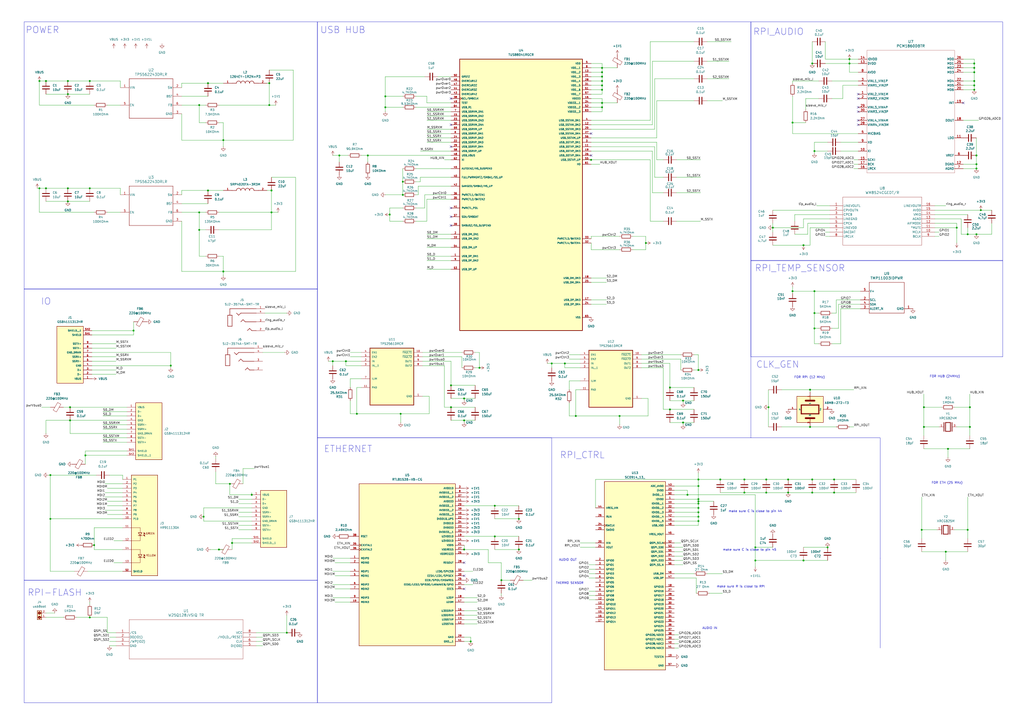
<source format=kicad_sch>
(kicad_sch (version 20250114) (generator "eeschema") (generator_version "9.0")
  (paper "A2")
  (rectangle (start 184.15 12.7) (end 435.61 254))
  (rectangle (start 184.15 254) (end 320.04 407.67))
  (rectangle (start 13.97 12.7) (end 184.15 167.64))
  (rectangle (start 435.61 151.13) (end 581.66 207.01))
  (rectangle (start 13.97 167.64) (end 184.15 336.55))
  (rectangle (start 13.97 336.55) (end 184.15 407.67))
  (rectangle (start 435.61 12.7) (end 581.66 151.13))
  (text "FOR RPI (12 MHz)" (at 469.646 218.948 0) (effects (font (size 1.27 1.27))))
  (text "RPI_AUDIO" (at 451.612 18.542 0) (effects (font (size 3.81 3.81))))
  (text "CLK_GEN\n" (at 451.104 211.582 0) (effects (font (size 3.81 3.81))))
  (text "make sure R is close to RPI" (at 429.768 340.36 0) (effects (font (size 1.27 1.27))))
  (text "AUDIO OUT" (at 329.438 324.866 0) (effects (font (size 1.27 1.27))))
  (text "RPI_TEMP_SENSOR" (at 464.058 155.702 0) (effects (font (size 3.81 3.81))))
  (text "RPI_CTRL" (at 337.82 264.16 0) (effects (font (size 3.81 3.81))))
  (text "RPI-FLASH" (at 31.75 343.916 0) (effects (font (size 3.81 3.81))))
  (text "USB HUB" (at 198.882 17.526 0) (effects (font (size 3.81 3.81))))
  (text "make sure C is close to pin 45" (at 434.848 319.024 0) (effects (font (size 1.27 1.27))))
  (text "make sure C is close to pin 44" (at 438.15 296.672 0) (effects (font (size 1.27 1.27))))
  (text "FOR ETH (25 MHz)" (at 549.402 280.162 0) (effects (font (size 1.27 1.27))))
  (text "AUDIO IN" (at 411.734 364.49 0) (effects (font (size 1.27 1.27))))
  (text "ETHERNET" (at 201.93 260.604 0) (effects (font (size 3.81 3.81))))
  (text "FOR HUB (24MHz)" (at 548.132 218.44 0) (effects (font (size 1.27 1.27))))
  (text "THERMO SENSOR" (at 330.454 338.328 0) (effects (font (size 1.27 1.27))))
  (text "IO" (at 26.67 175.006 0) (effects (font (size 3.81 3.81))))
  (text "POWER" (at 24.638 17.526 0) (effects (font (size 3.81 3.81))))
  (junction (at 49.53 264.16))
  (junction (at 146.05 287.02))
  (junction (at 438.15 325.12))
  (junction (at 213.36 90.17))
  (junction (at 565.15 36.83))
  (junction (at 193.04 209.55))
  (junction (at 405.13 299.72))
  (junction (at 565.15 39.37))
  (junction (at 77.47 191.77))
  (junction (at 469.9 247.65))
  (junction (at 472.44 181.61))
  (junction (at 566.42 90.17))
  (junction (at 444.5 278.13))
  (junction (at 342.9 92.71))
  (junction (at 120.65 48.26))
  (junction (at 261.62 236.22))
  (junction (at 52.07 46.99))
  (junction (at 472.44 87.63))
  (junction (at 320.04 210.82))
  (junction (at 120.65 110.49))
  (junction (at 466.09 142.24))
  (junction (at 29.21 300.99))
  (junction (at 22.86 109.22))
  (junction (at 157.48 110.49))
  (junction (at 349.25 62.23))
  (junction (at 405.13 302.26))
  (junction (at 492.76 34.29))
  (junction (at 459.74 71.12))
  (junction (at 396.24 232.41))
  (junction (at 444.5 285.75))
  (junction (at 562.61 236.22))
  (junction (at 290.83 336.55))
  (junction (at 483.87 285.75))
  (junction (at 269.24 318.77))
  (junction (at 534.67 307.34))
  (junction (at 405.13 214.63))
  (junction (at 561.34 307.34))
  (junction (at 233.68 113.03))
  (junction (at 40.64 236.22))
  (junction (at 431.8 278.13))
  (junction (at 29.21 275.59))
  (junction (at 39.37 116.84))
  (junction (at 223.52 55.88))
  (junction (at 548.64 320.04))
  (junction (at 566.42 135.89))
  (junction (at 448.31 132.08))
  (junction (at 349.25 46.99))
  (junction (at 129.54 81.28))
  (junction (at 469.9 226.06))
  (junction (at 273.05 372.11))
  (junction (at 562.61 247.65))
  (junction (at 233.68 105.41))
  (junction (at 287.02 311.15))
  (junction (at 52.07 358.14))
  (junction (at 565.15 41.91))
  (junction (at 349.25 39.37))
  (junction (at 39.37 109.22))
  (junction (at 349.25 49.53))
  (junction (at 269.24 243.84))
  (junction (at 134.62 314.96))
  (junction (at 554.99 132.08))
  (junction (at 405.13 278.13))
  (junction (at 133.35 280.67))
  (junction (at 417.83 278.13))
  (junction (at 26.67 46.99))
  (junction (at 431.8 285.75))
  (junction (at 349.25 44.45))
  (junction (at 129.54 157.48))
  (junction (at 405.13 289.56))
  (junction (at 471.17 36.83))
  (junction (at 40.64 243.84))
  (junction (at 39.37 54.61))
  (junction (at 226.06 124.46))
  (junction (at 566.42 95.25))
  (junction (at 200.66 209.55))
  (junction (at 492.76 36.83))
  (junction (at 22.86 46.99))
  (junction (at 565.15 49.53))
  (junction (at 26.67 109.22))
  (junction (at 207.01 240.03))
  (junction (at 374.65 140.97))
  (junction (at 127 318.77))
  (junction (at 300.99 318.77))
  (junction (at 535.94 247.65))
  (junction (at 471.17 278.13))
  (junction (at 52.07 109.22))
  (junction (at 561.34 135.89))
  (junction (at 466.09 325.12))
  (junction (at 472.44 190.5))
  (junction (at 118.11 299.72))
  (junction (at 535.94 236.22))
  (junction (at 156.21 60.96))
  (junction (at 405.13 290.83))
  (junction (at 115.57 60.96))
  (junction (at 115.57 123.19))
  (junction (at 398.78 287.02))
  (junction (at 568.96 121.92))
  (junction (at 471.17 285.75))
  (junction (at 54.61 316.23))
  (junction (at 388.62 224.79))
  (junction (at 472.44 168.91))
  (junction (at 39.37 46.99))
  (junction (at 405.13 294.64))
  (junction (at 115.57 133.35))
  (junction (at 480.06 317.5))
  (junction (at 349.25 59.69))
  (junction (at 438.15 317.5))
  (junction (at 261.62 223.52))
  (junction (at 359.41 241.3))
  (junction (at 327.66 210.82))
  (junction (at 300.99 300.99))
  (junction (at 166.37 367.03))
  (junction (at 278.13 213.36))
  (junction (at 232.41 240.03))
  (junction (at 549.91 260.35))
  (junction (at 459.74 168.91))
  (junction (at 157.48 123.19))
  (junction (at 388.62 237.49))
  (junction (at 349.25 41.91))
  (junction (at 99.06 212.09))
  (junction (at 287.02 293.37))
  (junction (at 156.21 48.26))
  (junction (at 405.13 281.94))
  (junction (at 269.24 231.14))
  (junction (at 565.15 46.99))
  (junction (at 196.85 90.17))
  (junction (at 405.13 297.18))
  (junction (at 349.25 52.07))
  (junction (at 445.77 236.22))
  (junction (at 396.24 245.11))
  (junction (at 223.52 62.23))
  (junction (at 483.87 278.13))
  (junction (at 457.2 285.75))
  (junction (at 334.01 241.3))
  (junction (at 565.15 52.07))
  (junction (at 457.2 278.13))
  (junction (at 566.42 97.79))
  (junction (at 405.13 292.1))
  (no_connect (at 261.62 125.73))
  (no_connect (at 497.84 62.23))
  (no_connect (at 261.62 72.39))
  (no_connect (at 269.24 326.39))
  (no_connect (at 269.24 334.01))
  (no_connect (at 558.8 59.69))
  (no_connect (at 497.84 64.77))
  (no_connect (at 342.9 77.47))
  (no_connect (at 497.84 69.85))
  (no_connect (at 261.62 130.81))
  (no_connect (at 261.62 120.65))
  (no_connect (at 261.62 85.09))
  (no_connect (at 497.84 54.61))
  (no_connect (at 342.9 90.17))
  (no_connect (at 497.84 72.39))
  (no_connect (at 261.62 57.15))
  (no_connect (at 497.84 57.15))
  (no_connect (at 269.24 341.63))
  (polyline (pts (xy 435.61 254) (xy 510.54 254)))
  (wire (pts (xy 405.13 278.13) (xy 405.13 281.94)))
  (wire (pts (xy 431.8 285.75) (xy 444.5 285.75)))
  (wire (pts (xy 223.52 55.88) (xy 223.52 44.45)))
  (wire (pts (xy 157.48 110.49) (xy 157.48 123.19)))
  (wire (pts (xy 459.74 170.18) (xy 459.74 168.91)))
  (wire (pts (xy 269.24 311.15) (xy 287.02 311.15)))
  (wire (pts (xy 342.9 137.16) (xy 342.9 138.43)))
  (wire (pts (xy 105.41 48.26) (xy 105.41 50.8)))
  (wire (pts (xy 461.01 124.46) (xy 481.33 124.46)))
  (wire (pts (xy 261.62 243.84) (xy 269.24 243.84)))
  (wire (pts (xy 134.62 312.42) (xy 146.05 312.42)))
  (wire (pts (xy 146.05 314.96) (xy 134.62 314.96)))
  (wire (pts (xy 379.73 74.93) (xy 342.9 74.93)))
  (wire (pts (xy 384.81 237.49) (xy 388.62 237.49)))
  (wire (pts (xy 127 60.96) (xy 156.21 60.96)))
  (wire (pts (xy 461.01 135.89) (xy 468.63 135.89)))
  (wire (pts (xy 497.84 92.71) (xy 495.3 92.71)))
  (wire (pts (xy 115.57 148.59) (xy 119.38 148.59)))
  (wire (pts (xy 223.52 62.23) (xy 223.52 55.88)))
  (wire (pts (xy 535.94 247.65) (xy 535.94 236.22)))
  (wire (pts (xy 472.44 87.63) (xy 472.44 88.9)))
  (wire (pts (xy 129.54 160.02) (xy 129.54 157.48)))
  (wire (pts (xy 330.2 208.28) (xy 336.55 208.28)))
  (wire (pts (xy 26.67 54.61) (xy 39.37 54.61)))
  (wire (pts (xy 115.57 71.12) (xy 115.57 60.96)))
  (wire (pts (xy 562.61 247.65) (xy 554.99 247.65)))
  (wire (pts (xy 62.23 290.83) (xy 71.12 290.83)))
  (wire (pts (xy 359.41 241.3) (xy 375.92 241.3)))
  (wire (pts (xy 342.9 161.29) (xy 351.79 161.29)))
  (wire (pts (xy 22.86 60.96) (xy 22.86 46.99)))
  (wire (pts (xy 542.29 137.16) (xy 544.83 137.16)))
  (wire (pts (xy 209.55 212.09) (xy 200.66 212.09)))
  (wire (pts (xy 534.67 307.34) (xy 543.56 307.34)))
  (wire (pts (xy 156.21 48.26) (xy 156.21 60.96)))
  (wire (pts (xy 349.25 39.37) (xy 358.14 39.37)))
  (wire (pts (xy 342.9 176.53) (xy 351.79 176.53)))
  (wire (pts (xy 129.54 85.09) (xy 129.54 81.28)))
  (wire (pts (xy 471.17 278.13) (xy 483.87 278.13)))
  (wire (pts (xy 287.02 311.15) (xy 300.99 311.15)))
  (wire (pts (xy 472.44 82.55) (xy 472.44 87.63)))
  (wire (pts (xy 105.41 81.28) (xy 129.54 81.28)))
  (wire (pts (xy 372.11 231.14) (xy 375.92 231.14)))
  (wire (pts (xy 396.24 322.58) (xy 391.16 322.58)))
  (wire (pts (xy 410.21 332.74) (xy 419.1 332.74)))
  (wire (pts (xy 59.69 248.92) (xy 73.66 248.92)))
  (wire (pts (xy 396.24 232.41) (xy 402.59 232.41)))
  (wire (pts (xy 125.095 273.685) (xy 125.095 280.67)))
  (wire (pts (xy 63.5 374.65) (xy 67.31 374.65)))
  (wire (pts (xy 575.31 135.89) (xy 566.42 135.89)))
  (wire (pts (xy 209.55 90.17) (xy 213.36 90.17)))
  (wire (pts (xy 241.3 120.65) (xy 246.38 120.65)))
  (wire (pts (xy 377.19 92.71) (xy 342.9 92.71)))
  (wire (pts (xy 374.65 144.78) (xy 367.03 144.78)))
  (wire (pts (xy 269.24 293.37) (xy 287.02 293.37)))
  (wire (pts (xy 336.55 314.96) (xy 345.44 314.96)))
  (wire (pts (xy 459.74 168.91) (xy 459.74 166.37)))
  (wire (pts (xy 320.04 213.36) (xy 320.04 210.82)))
  (wire (pts (xy 410.21 45.72) (xy 422.91 45.72)))
  (wire (pts (xy 287.02 293.37) (xy 300.99 293.37)))
  (wire (pts (xy 396.24 246.38) (xy 396.24 245.11)))
  (wire (pts (xy 497.84 34.29) (xy 492.76 34.29)))
  (wire (pts (xy 60.96 288.29) (xy 71.12 288.29)))
  (wire (pts (xy 156.21 48.26) (xy 154.94 48.26)))
  (wire (pts (xy 374.65 140.97) (xy 374.65 144.78)))
  (wire (pts (xy 261.62 74.93) (xy 247.65 74.93)))
  (wire (pts (xy 337.82 92.71) (xy 342.9 92.71)))
  (wire (pts (xy 542.29 124.46) (xy 561.34 124.46)))
  (wire (pts (xy 303.53 336.55) (xy 308.61 336.55)))
  (wire (pts (xy 342.9 46.99) (xy 349.25 46.99)))
  (wire (pts (xy 568.96 121.92) (xy 575.31 121.92)))
  (wire (pts (xy 405.13 281.94) (xy 405.13 289.56)))
  (wire (pts (xy 378.46 72.39) (xy 378.46 35.56)))
  (wire (pts (xy 558.8 46.99) (xy 565.15 46.99)))
  (wire (pts (xy 53.34 212.09) (xy 99.06 212.09)))
  (wire (pts (xy 193.04 90.17) (xy 196.85 90.17)))
  (wire (pts (xy 105.41 60.96) (xy 115.57 60.96)))
  (wire (pts (xy 372.11 205.74) (xy 394.97 205.74)))
  (wire (pts (xy 22.86 123.19) (xy 54.61 123.19)))
  (wire (pts (xy 26.67 243.84) (xy 40.64 243.84)))
  (wire (pts (xy 391.16 302.26) (xy 405.13 302.26)))
  (wire (pts (xy 40.64 251.46) (xy 40.64 243.84)))
  (wire (pts (xy 62.23 358.14) (xy 62.23 367.03)))
  (wire (pts (xy 374.65 137.16) (xy 374.65 140.97)))
  (wire (pts (xy 233.68 113.03) (xy 233.68 105.41)))
  (wire (pts (xy 245.11 212.09) (xy 257.81 212.09)))
  (wire (pts (xy 53.34 194.31) (xy 77.47 194.31)))
  (wire (pts (xy 349.25 44.45) (xy 349.25 46.99)))
  (wire (pts (xy 349.25 59.69) (xy 358.14 59.69)))
  (wire (pts (xy 247.65 77.47) (xy 261.62 77.47)))
  (wire (pts (xy 542.29 127) (xy 557.53 127)))
  (wire (pts (xy 448.31 317.5) (xy 438.15 317.5)))
  (wire (pts (xy 73.66 261.62) (xy 49.53 261.62)))
  (wire (pts (xy 468.63 135.89) (xy 468.63 129.54)))
  (wire (pts (xy 487.68 82.55) (xy 497.84 82.55)))
  (wire (pts (xy 558.8 69.85) (xy 567.69 69.85)))
  (wire (pts (xy 99.06 213.36) (xy 99.06 212.09)))
  (wire (pts (xy 378.46 111.76) (xy 378.46 87.63)))
  (wire (pts (xy 485.14 181.61) (xy 485.14 173.99)))
  (wire (pts (xy 261.62 82.55) (xy 247.65 82.55)))
  (wire (pts (xy 561.34 132.08) (xy 561.34 135.89)))
  (wire (pts (xy 194.31 341.63) (xy 203.2 341.63)))
  (wire (pts (xy 243.84 102.87) (xy 243.84 105.41)))
  (wire (pts (xy 495.3 97.79) (xy 497.84 97.79)))
  (wire (pts (xy 381 82.55) (xy 342.9 82.55)))
  (wire (pts (xy 405.13 205.74) (xy 402.59 205.74)))
  (wire (pts (xy 379.73 45.72) (xy 379.73 74.93)))
  (wire (pts (xy 388.62 224.79) (xy 402.59 224.79)))
  (wire (pts (xy 391.16 375.92) (xy 393.7 375.92)))
  (wire (pts (xy 448.31 121.92) (xy 481.33 121.92)))
  (wire (pts (xy 396.24 245.11) (xy 402.59 245.11)))
  (wire (pts (xy 342.9 72.39) (xy 378.46 72.39)))
  (wire (pts (xy 392.43 128.27) (xy 406.4 128.27)))
  (wire (pts (xy 375.92 241.3) (xy 375.92 231.14)))
  (wire (pts (xy 565.15 36.83) (xy 565.15 39.37)))
  (wire (pts (xy 466.09 325.12) (xy 438.15 325.12)))
  (wire (pts (xy 261.62 143.51) (xy 247.65 143.51)))
  (wire (pts (xy 342.9 39.37) (xy 349.25 39.37)))
  (wire (pts (xy 26.67 358.14) (xy 36.83 358.14)))
  (wire (pts (xy 140.97 271.78) (xy 147.32 271.78)))
  (wire (pts (xy 562.61 236.22) (xy 562.61 247.65)))
  (wire (pts (xy 261.62 87.63) (xy 243.84 87.63)))
  (wire (pts (xy 391.16 332.74) (xy 402.59 332.74)))
  (wire (pts (xy 342.9 163.83) (xy 351.79 163.83)))
  (wire (pts (xy 487.68 199.39) (xy 487.68 179.07)))
  (wire (pts (xy 459.74 55.88) (xy 459.74 71.12)))
  (wire (pts (xy 127 133.35) (xy 157.48 133.35)))
  (wire (pts (xy 554.99 129.54) (xy 542.29 129.54)))
  (wire (pts (xy 269.24 316.23) (xy 269.24 318.77)))
  (wire (pts (xy 193.04 331.47) (xy 203.2 331.47)))
  (wire (pts (xy 487.68 87.63) (xy 497.84 87.63)))
  (wire (pts (xy 278.13 204.47) (xy 275.59 204.47)))
  (wire (pts (xy 129.54 71.12) (xy 127 71.12)))
  (wire (pts (xy 269.24 354.33) (xy 276.86 354.33)))
  (wire (pts (xy 115.57 133.35) (xy 119.38 133.35)))
  (wire (pts (xy 146.05 285.75) (xy 146.05 287.02)))
  (wire (pts (xy 226.06 120.65) (xy 233.68 120.65)))
  (wire (pts (xy 486.41 190.5) (xy 486.41 176.53)))
  (wire (pts (xy 269.24 318.77) (xy 283.21 318.77)))
  (wire (pts (xy 105.41 110.49) (xy 105.41 113.03)))
  (wire (pts (xy 290.83 344.17) (xy 290.83 345.44)))
  (wire (pts (xy 105.41 55.88) (xy 120.65 55.88)))
  (wire (pts (xy 461.01 128.27) (xy 461.01 124.46)))
  (wire (pts (xy 549.91 260.35) (xy 562.61 260.35)))
  (wire (pts (xy 269.24 356.87) (xy 276.86 356.87)))
  (wire (pts (xy 557.53 127) (xy 557.53 135.89)))
  (wire (pts (xy 154.94 110.49) (xy 157.48 110.49)))
  (wire (pts (xy 482.6 190.5) (xy 486.41 190.5)))
  (wire (pts (xy 69.85 46.99) (xy 69.85 50.8)))
  (wire (pts (xy 345.44 278.13) (xy 345.44 294.64)))
  (wire (pts (xy 482.6 46.99) (xy 497.84 46.99)))
  (wire (pts (xy 54.61 306.07) (xy 71.12 306.07)))
  (wire (pts (xy 453.39 247.65) (xy 469.9 247.65)))
  (wire (pts (xy 241.3 97.79) (xy 261.62 97.79)))
  (wire (pts (xy 213.36 90.17) (xy 261.62 90.17)))
  (wire (pts (xy 349.25 36.83) (xy 349.25 39.37)))
  (wire (pts (xy 257.81 92.71) (xy 261.62 92.71)))
  (wire (pts (xy 345.44 330.2) (xy 341.63 330.2)))
  (wire (pts (xy 39.37 54.61) (xy 52.07 54.61)))
  (wire (pts (xy 482.6 181.61) (xy 485.14 181.61)))
  (wire (pts (xy 483.87 278.13) (xy 496.57 278.13)))
  (wire (pts (xy 378.46 87.63) (xy 342.9 87.63)))
  (wire (pts (xy 257.81 236.22) (xy 261.62 236.22)))
  (wire (pts (xy 193.04 209.55) (xy 200.66 209.55)))
  (wire (pts (xy 62.23 283.21) (xy 71.12 283.21)))
  (wire (pts (xy 53.34 191.77) (xy 77.47 191.77)))
  (wire (pts (xy 444.5 285.75) (xy 457.2 285.75)))
  (wire (pts (xy 391.16 373.38) (xy 393.7 373.38)))
  (wire (pts (xy 287.02 318.77) (xy 300.99 318.77)))
  (wire (pts (xy 60.96 280.67) (xy 71.12 280.67)))
  (wire (pts (xy 410.21 35.56) (xy 422.91 35.56)))
  (wire (pts (xy 53.34 214.63) (xy 67.31 214.63)))
  (wire (pts (xy 261.62 236.22) (xy 275.59 236.22)))
  (wire (pts (xy 445.77 236.22) (xy 445.77 247.65)))
  (wire (pts (xy 129.54 318.77) (xy 127 318.77)))
  (wire (pts (xy 403.86 335.28) (xy 391.16 335.28)))
  (wire (pts (xy 49.53 264.16) (xy 49.53 269.24)))
  (wire (pts (xy 542.29 119.38) (xy 548.64 119.38)))
  (wire (pts (xy 558.8 34.29) (xy 565.15 34.29)))
  (wire (pts (xy 207.01 240.03) (xy 207.01 224.79)))
  (polyline (pts (xy 510.54 323.85) (xy 510.54 375.92)))
  (wire (pts (xy 26.67 243.84) (xy 26.67 251.46)))
  (wire (pts (xy 223.52 44.45) (xy 246.38 44.45)))
  (wire (pts (xy 558.8 39.37) (xy 565.15 39.37)))
  (wire (pts (xy 193.04 323.85) (xy 203.2 323.85)))
  (wire (pts (xy 77.47 191.77) (xy 77.47 186.69)))
  (wire (pts (xy 497.84 77.47) (xy 459.74 77.47)))
  (wire (pts (xy 146.05 302.26) (xy 118.11 302.26)))
  (wire (pts (xy 134.62 314.96) (xy 134.62 318.77)))
  (wire (pts (xy 241.3 105.41) (xy 243.84 105.41)))
  (wire (pts (xy 349.25 57.15) (xy 349.25 59.69)))
  (wire (pts (xy 157.48 102.87) (xy 171.45 102.87)))
  (wire (pts (xy 438.15 287.02) (xy 438.15 317.5)))
  (wire (pts (xy 342.9 62.23) (xy 349.25 62.23)))
  (wire (pts (xy 115.57 60.96) (xy 119.38 60.96)))
  (wire (pts (xy 129.54 71.12) (xy 129.54 81.28)))
  (wire (pts (xy 140.97 280.67) (xy 140.97 271.78)))
  (wire (pts (xy 245.11 204.47) (xy 267.97 204.47)))
  (wire (pts (xy 411.48 344.17) (xy 419.1 344.17)))
  (wire (pts (xy 261.62 107.95) (xy 242.57 107.95)))
  (wire (pts (xy 26.67 116.84) (xy 39.37 116.84)))
  (wire (pts (xy 261.62 223.52) (xy 275.59 223.52)))
  (wire (pts (xy 444.5 278.13) (xy 457.2 278.13)))
  (wire (pts (xy 118.11 302.26) (xy 118.11 299.72)))
  (wire (pts (xy 105.41 81.28) (xy 105.41 66.04)))
  (wire (pts (xy 342.9 44.45) (xy 349.25 44.45)))
  (wire (pts (xy 232.41 245.11) (xy 232.41 240.03)))
  (wire (pts (xy 193.04 346.71) (xy 203.2 346.71)))
  (wire (pts (xy 22.86 46.99) (xy 26.67 46.99)))
  (wire (pts (xy 554.99 132.08) (xy 554.99 140.97)))
  (wire (pts (xy 480.06 87.63) (xy 472.44 87.63)))
  (wire (pts (xy 40.64 251.46) (xy 73.66 251.46)))
  (wire (pts (xy 39.37 116.84) (xy 52.07 116.84)))
  (wire (pts (xy 377.19 24.13) (xy 402.59 24.13)))
  (wire (pts (xy 269.24 372.11) (xy 273.05 372.11)))
  (wire (pts (xy 558.8 97.79) (xy 566.42 97.79)))
  (wire (pts (xy 548.64 320.04) (xy 561.34 320.04)))
  (wire (pts (xy 223.52 55.88) (xy 233.68 55.88)))
  (wire (pts (xy 561.34 307.34) (xy 553.72 307.34)))
  (wire (pts (xy 29.21 331.47) (xy 43.18 331.47)))
  (wire (pts (xy 417.83 278.13) (xy 431.8 278.13)))
  (wire (pts (xy 21.59 109.22) (xy 22.86 109.22)))
  (wire (pts (xy 398.78 287.02) (xy 391.16 287.02)))
  (wire (pts (xy 345.44 332.74) (xy 341.63 332.74)))
  (wire (pts (xy 203.2 219.71) (xy 203.2 224.79)))
  (wire (pts (xy 542.29 132.08) (xy 554.99 132.08)))
  (wire (pts (xy 388.62 245.11) (xy 396.24 245.11)))
  (wire (pts (xy 213.36 90.17) (xy 213.36 93.98)))
  (wire (pts (xy 245.11 207.01) (xy 267.97 207.01)))
  (wire (pts (xy 59.69 241.3) (xy 73.66 241.3)))
  (wire (pts (xy 396.24 327.66) (xy 391.16 327.66)))
  (wire (pts (xy 330.2 233.68) (xy 330.2 241.3)))
  (wire (pts (xy 274.32 331.47) (xy 269.24 331.47)))
  (wire (pts (xy 474.98 190.5) (xy 472.44 190.5)))
  (wire (pts (xy 381 58.42) (xy 402.59 58.42)))
  (wire (pts (xy 261.62 102.87) (xy 243.84 102.87)))
  (wire (pts (xy 466.09 127) (xy 466.09 132.08)))
  (wire (pts (xy 194.31 349.25) (xy 203.2 349.25)))
  (wire (pts (xy 247.65 59.69) (xy 247.65 55.88)))
  (wire (pts (xy 405.13 302.26) (xy 405.13 304.8)))
  (wire (pts (xy 148.59 369.57) (xy 152.4 369.57)))
  (wire (pts (xy 283.21 326.39) (xy 290.83 326.39)))
  (wire (pts (xy 105.41 118.11) (xy 120.65 118.11)))
  (wire (pts (xy 39.37 109.22) (xy 52.07 109.22)))
  (wire (pts (xy 287.02 300.99) (xy 300.99 300.99)))
  (wire (pts (xy 349.25 59.69) (xy 349.25 62.23)))
  (wire (pts (xy 247.65 128.27) (xy 241.3 128.27)))
  (wire (pts (xy 561.34 312.42) (xy 561.34 307.34)))
  (wire (pts (xy 148.59 372.11) (xy 152.4 372.11)))
  (wire (pts (xy 391.16 281.94) (xy 405.13 281.94)))
  (wire (pts (xy 52.07 349.25) (xy 52.07 350.52)))
  (wire (pts (xy 52.07 46.99) (xy 69.85 46.99)))
  (wire (pts (xy 480.06 317.5) (xy 466.09 317.5)))
  (wire (pts (xy 405.13 214.63) (xy 405.13 205.74)))
  (wire (pts (xy 392.43 111.76) (xy 406.4 111.76)))
  (wire (pts (xy 471.17 24.13) (xy 471.17 36.83)))
  (wire (pts (xy 245.11 229.87) (xy 248.92 229.87)))
  (wire (pts (xy 71.12 278.13) (xy 71.12 275.59)))
  (wire (pts (xy 459.74 46.99) (xy 459.74 48.26)))
  (wire (pts (xy 481.33 132.08) (xy 469.9 132.08)))
  (wire (pts (xy 466.09 142.24) (xy 469.9 142.24)))
  (wire (pts (xy 466.09 132.08) (xy 448.31 132.08)))
  (wire (pts (xy 146.05 292.1) (xy 138.43 292.1)))
  (wire (pts (xy 247.65 151.13) (xy 261.62 151.13)))
  (wire (pts (xy 54.61 318.77) (xy 71.12 318.77)))
  (wire (pts (xy 478.79 24.13) (xy 478.79 34.29)))
  (wire (pts (xy 342.9 144.78) (xy 359.41 144.78)))
  (wire (pts (xy 246.38 113.03) (xy 261.62 113.03)))
  (wire (pts (xy 73.66 264.16) (xy 49.53 264.16)))
  (wire (pts (xy 232.41 240.03) (xy 248.92 240.03)))
  (wire (pts (xy 558.8 36.83) (xy 565.15 36.83)))
  (wire (pts (xy 120.65 110.49) (xy 105.41 110.49)))
  (wire (pts (xy 29.21 275.59) (xy 27.94 275.59)))
  (wire (pts (xy 495.3 226.06) (xy 469.9 226.06)))
  (wire (pts (xy 120.65 48.26) (xy 105.41 48.26)))
  (wire (pts (xy 248.92 240.03) (xy 248.92 229.87)))
  (wire (pts (xy 342.9 52.07) (xy 349.25 52.07)))
  (wire (pts (xy 194.31 326.39) (xy 203.2 326.39)))
  (wire (pts (xy 209.55 219.71) (xy 203.2 219.71)))
  (wire (pts (xy 59.69 256.54) (xy 73.66 256.54)))
  (wire (pts (xy 472.44 190.5) (xy 472.44 199.39)))
  (wire (pts (xy 267.97 207.01) (xy 267.97 213.36)))
  (wire (pts (xy 115.57 71.12) (xy 119.38 71.12)))
  (wire (pts (xy 190.5 209.55) (xy 193.04 209.55)))
  (wire (pts (xy 391.16 297.18) (xy 405.13 297.18)))
  (wire (pts (xy 278.13 213.36) (xy 275.59 213.36)))
  (wire (pts (xy 69.85 109.22) (xy 69.85 113.03)))
  (wire (pts (xy 59.69 254) (xy 73.66 254)))
  (wire (pts (xy 448.31 132.08) (xy 448.31 134.62)))
  (wire (pts (xy 148.59 367.03) (xy 166.37 367.03)))
  (wire (pts (xy 40.64 236.22) (xy 73.66 236.22)))
  (wire (pts (xy 345.44 347.98) (xy 341.63 347.98)))
  (wire (pts (xy 330.2 220.98) (xy 330.2 226.06)))
  (wire (pts (xy 269.24 243.84) (xy 275.59 243.84)))
  (wire (pts (xy 345.44 335.28) (xy 341.63 335.28)))
  (wire (pts (xy 381 92.71) (xy 381 82.55)))
  (wire (pts (xy 467.36 57.15) (xy 467.36 63.5)))
  (wire (pts (xy 359.41 246.38) (xy 359.41 241.3)))
  (wire (pts (xy 241.3 62.23) (xy 261.62 62.23)))
  (wire (pts (xy 53.34 209.55) (xy 67.31 209.55)))
  (wire (pts (xy 207.01 224.79) (xy 209.55 224.79)))
  (wire (pts (xy 548.64 320.04) (xy 548.64 325.12)))
  (wire (pts (xy 405.13 299.72) (xy 405.13 302.26)))
  (wire (pts (xy 342.9 36.83) (xy 349.25 36.83)))
  (wire (pts (xy 60.96 285.75) (xy 71.12 285.75)))
  (wire (pts (xy 487.68 179.07) (xy 499.11 179.07)))
  (wire (pts (xy 342.9 95.25) (xy 347.98 95.25)))
  (wire (pts (xy 554.99 132.08) (xy 554.99 129.54)))
  (wire (pts (xy 52.07 109.22) (xy 69.85 109.22)))
  (wire (pts (xy 49.53 261.62) (xy 49.53 264.16)))
  (wire (pts (xy 471.17 285.75) (xy 483.87 285.75)))
  (wire (pts (xy 62.23 367.03) (xy 67.31 367.03)))
  (wire (pts (xy 391.16 370.84) (xy 393.7 370.84)))
  (wire (pts (xy 384.81 92.71) (xy 381 92.71)))
  (wire (pts (xy 474.98 199.39) (xy 472.44 199.39)))
  (wire (pts (xy 53.34 199.39) (xy 67.31 199.39)))
  (wire (pts (xy 261.62 231.14) (xy 269.24 231.14)))
  (wire (pts (xy 330.2 241.3) (xy 334.01 241.3)))
  (wire (pts (xy 54.61 316.23) (xy 54.61 318.77)))
  (wire (pts (xy 492.76 36.83) (xy 497.84 36.83)))
  (wire (pts (xy 50.8 331.47) (xy 71.12 331.47)))
  (wire (pts (xy 24.13 236.22) (xy 29.21 236.22)))
  (wire (pts (xy 535.94 228.6) (xy 535.94 236.22)))
  (wire (pts (xy 534.67 288.29) (xy 534.67 307.34)))
  (wire (pts (xy 52.07 358.14) (xy 62.23 358.14)))
  (wire (pts (xy 396.24 320.04) (xy 391.16 320.04)))
  (wire (pts (xy 156.21 60.96) (xy 160.02 60.96)))
  (wire (pts (xy 391.16 368.3) (xy 393.7 368.3)))
  (wire (pts (xy 405.13 274.32) (xy 405.13 278.13)))
  (wire (pts (xy 575.31 129.54) (xy 575.31 135.89)))
  (wire (pts (xy 99.06 212.09) (xy 99.06 204.47)))
  (wire (pts (xy 269.24 231.14) (xy 275.59 231.14)))
  (wire (pts (xy 53.34 207.01) (xy 67.31 207.01)))
  (wire (pts (xy 223.52 64.77) (xy 223.52 62.23)))
  (wire (pts (xy 26.67 109.22) (xy 39.37 109.22)))
  (wire (pts (xy 53.34 201.93) (xy 67.31 201.93)))
  (wire (pts (xy 105.41 123.19) (xy 115.57 123.19)))
  (wire (pts (xy 59.69 246.38) (xy 73.66 246.38)))
  (wire (pts (xy 146.05 297.18) (xy 138.43 297.18)))
  (wire (pts (xy 196.85 90.17) (xy 201.93 90.17)))
  (wire (pts (xy 558.8 49.53) (xy 565.15 49.53)))
  (wire (pts (xy 342.9 173.99) (xy 351.79 173.99)))
  (wire (pts (xy 558.8 41.91) (xy 565.15 41.91)))
  (wire (pts (xy 71.12 275.59) (xy 63.5 275.59)))
  (wire (pts (xy 203.2 232.41) (xy 203.2 240.03)))
  (wire (pts (xy 535.94 252.73) (xy 535.94 247.65)))
  (wire (pts (xy 233.68 97.79) (xy 233.68 105.41)))
  (wire (pts (xy 59.69 238.76) (xy 73.66 238.76)))
  (wire (pts (xy 474.98 181.61) (xy 472.44 181.61)))
  (wire (pts (xy 388.62 237.49) (xy 402.59 237.49)))
  (wire (pts (xy 129.54 148.59) (xy 127 148.59)))
  (wire (pts (xy 565.15 41.91) (xy 565.15 46.99)))
  (wire (pts (xy 448.31 142.24) (xy 466.09 142.24)))
  (wire (pts (xy 261.62 115.57) (xy 247.65 115.57)))
  (wire (pts (xy 290.83 336.55) (xy 290.83 326.39)))
  (wire (pts (xy 345.44 342.9) (xy 341.63 342.9)))
  (wire (pts (xy 534.67 312.42) (xy 534.67 307.34)))
  (wire (pts (xy 391.16 284.48) (xy 398.78 284.48)))
  (wire (pts (xy 561.34 135.89) (xy 566.42 135.89)))
  (wire (pts (xy 542.29 134.62) (xy 544.83 134.62)))
  (wire (pts (xy 342.9 144.78) (xy 342.9 140.97)))
  (wire (pts (xy 469.9 247.65) (xy 485.14 247.65)))
  (wire (pts (xy 120.65 110.49) (xy 129.54 110.49)))
  (wire (pts (xy 29.21 331.47) (xy 29.21 300.99)))
  (wire (pts (xy 203.2 204.47) (xy 209.55 204.47)))
  (wire (pts (xy 486.41 176.53) (xy 499.11 176.53)))
  (wire (pts (xy 405.13 214.63) (xy 402.59 214.63)))
  (wire (pts (xy 63.5 369.57) (xy 67.31 369.57)))
  (wire (pts (xy 562.61 236.22) (xy 562.61 228.6)))
  (wire (pts (xy 77.47 194.31) (xy 77.47 191.77)))
  (wire (pts (xy 245.11 209.55) (xy 261.62 209.55)))
  (wire (pts (xy 317.5 210.82) (xy 320.04 210.82)))
  (wire (pts (xy 349.25 62.23) (xy 349.25 64.77)))
  (wire (pts (xy 388.62 210.82) (xy 388.62 224.79)))
  (wire (pts (xy 565.15 34.29) (xy 565.15 36.83)))
  (wire (pts (xy 566.42 95.25) (xy 558.8 95.25)))
  (wire (pts (xy 566.42 95.25) (xy 566.42 97.79)))
  (wire (pts (xy 148.59 374.65) (xy 152.4 374.65)))
  (wire (pts (xy 438.15 328.93) (xy 438.15 325.12)))
  (wire (pts (xy 261.62 80.01) (xy 247.65 80.01)))
  (wire (pts (xy 342.9 57.15) (xy 349.25 57.15)))
  (wire (pts (xy 157.48 123.19) (xy 161.29 123.19)))
  (wire (pts (xy 22.86 60.96) (xy 54.61 60.96)))
  (wire (pts (xy 105.41 157.48) (xy 129.54 157.48)))
  (wire (pts (xy 156.21 40.64) (xy 170.18 40.64)))
  (wire (pts (xy 345.44 345.44) (xy 341.63 345.44)))
  (wire (pts (xy 146.05 294.64) (xy 118.11 294.64)))
  (wire (pts (xy 26.67 355.6) (xy 31.75 355.6)))
  (wire (pts (xy 171.45 102.87) (xy 171.45 157.48)))
  (wire (pts (xy 478.79 36.83) (xy 492.76 36.83)))
  (wire (pts (xy 469.9 226.06) (xy 469.9 227.33)))
  (wire (pts (xy 492.76 247.65) (xy 495.3 247.65)))
  (wire (pts (xy 391.16 299.72) (xy 405.13 299.72)))
  (wire (pts (xy 565.15 52.07) (xy 558.8 52.07)))
  (wire (pts (xy 405.13 290.83) (xy 405.13 292.1)))
  (wire (pts (xy 247.65 67.31) (xy 261.62 67.31)))
  (wire (pts (xy 480.06 325.12) (xy 466.09 325.12)))
  (wire (pts (xy 405.13 289.56) (xy 405.13 290.83)))
  (wire (pts (xy 472.44 181.61) (xy 472.44 190.5)))
  (wire (pts (xy 66.04 326.39) (xy 71.12 326.39)))
  (wire (pts (xy 153.67 181.61) (xy 166.37 181.61)))
  (wire (pts (xy 342.9 69.85) (xy 377.19 69.85)))
  (wire (pts (xy 336.55 220.98) (xy 330.2 220.98)))
  (wire (pts (xy 254 44.45) (xy 261.62 44.45)))
  (wire (pts (xy 488.95 49.53) (xy 488.95 57.15)))
  (wire (pts (xy 203.2 240.03) (xy 207.01 240.03)))
  (wire (pts (xy 396.24 317.5) (xy 391.16 317.5)))
  (wire (pts (xy 483.87 285.75) (xy 496.57 285.75)))
  (wire (pts (xy 394.97 208.28) (xy 394.97 214.63)))
  (wire (pts (xy 472.44 168.91) (xy 499.11 168.91)))
  (wire (pts (xy 349.25 46.99) (xy 349.25 49.53)))
  (wire (pts (xy 457.2 278.13) (xy 471.17 278.13)))
  (wire (pts (xy 247.65 138.43) (xy 261.62 138.43)))
  (wire (pts (xy 71.12 300.99) (xy 29.21 300.99)))
  (wire (pts (xy 566.42 80.01) (xy 566.42 90.17)))
  (wire (pts (xy 203.2 207.01) (xy 209.55 207.01)))
  (wire (pts (xy 133.35 280.67) (xy 133.35 287.02)))
  (wire (pts (xy 129.54 157.48) (xy 171.45 157.48)))
  (wire (pts (xy 99.06 204.47) (xy 53.34 204.47)))
  (wire (pts (xy 261.62 69.85) (xy 247.65 69.85)))
  (wire (pts (xy 384.81 213.36) (xy 384.81 237.49)))
  (wire (pts (xy 257.81 212.09) (xy 257.81 236.22)))
  (wire (pts (xy 410.21 58.42) (xy 419.1 58.42)))
  (wire (pts (xy 200.66 209.55) (xy 209.55 209.55)))
  (wire (pts (xy 62.23 293.37) (xy 71.12 293.37)))
  (wire (pts (xy 62.23 298.45) (xy 71.12 298.45)))
  (wire (pts (xy 534.67 320.04) (xy 548.64 320.04)))
  (wire (pts (xy 372.11 208.28) (xy 394.97 208.28)))
  (wire (pts (xy 448.31 129.54) (xy 448.31 132.08)))
  (wire (pts (xy 336.55 213.36) (xy 327.66 213.36)))
  (wire (pts (xy 246.38 120.65) (xy 246.38 113.03)))
  (wire (pts (xy 261.62 156.21) (xy 247.65 156.21)))
  (wire (pts (xy 398.78 287.02) (xy 398.78 284.48)))
  (wire (pts (xy 405.13 278.13) (xy 345.44 278.13)))
  (wire (pts (xy 396.24 233.68) (xy 396.24 232.41)))
  (wire (pts (xy 247.65 135.89) (xy 261.62 135.89)))
  (wire (pts (xy 473.71 119.38) (xy 481.33 119.38)))
  (wire (pts (xy 472.44 168.91) (xy 459.74 168.91)))
  (wire (pts (xy 565.15 49.53) (xy 565.15 52.07)))
  (wire (pts (xy 54.61 316.23) (xy 54.61 306.07)))
  (wire (pts (xy 468.63 129.54) (xy 481.33 129.54)))
  (wire (pts (xy 492.76 41.91) (xy 492.76 36.83)))
  (wire (pts (xy 170.18 40.64) (xy 170.18 81.28)))
  (wire (pts (xy 457.2 285.75) (xy 471.17 285.75)))
  (wire (pts (xy 247.65 55.88) (xy 241.3 55.88)))
  (wire (pts (xy 535.94 247.65) (xy 544.83 247.65)))
  (wire (pts (xy 146.05 299.72) (xy 138.43 299.72)))
  (wire (pts (xy 120.65 48.26) (xy 129.54 48.26)))
  (wire (pts (xy 115.57 148.59) (xy 115.57 133.35)))
  (wire (pts (xy 349.25 52.07) (xy 349.25 54.61)))
  (wire (pts (xy 336.55 317.5) (xy 345.44 317.5)))
  (wire (pts (xy 566.42 90.17) (xy 566.42 95.25)))
  (wire (pts (xy 469.9 132.08) (xy 469.9 142.24)))
  (wire (pts (xy 478.79 34.29) (xy 492.76 34.29)))
  (wire (pts (xy 377.19 128.27) (xy 377.19 92.71)))
  (wire (pts (xy 29.21 300.99) (xy 29.21 275.59)))
  (wire (pts (xy 105.41 157.48) (xy 105.41 128.27)))
  (wire (pts (xy 261.62 59.69) (xy 247.65 59.69)))
  (wire (pts (xy 391.16 325.12) (xy 396.24 325.12)))
  (wire (pts (xy 414.02 290.83) (xy 405.13 290.83)))
  (wire (pts (xy 342.9 59.69) (xy 349.25 59.69)))
  (wire (pts (xy 384.81 111.76) (xy 378.46 111.76)))
  (wire (pts (xy 557.53 135.89) (xy 561.34 135.89)))
  (wire (pts (xy 115.57 123.19) (xy 119.38 123.19)))
  (wire (pts (xy 269.24 369.57) (xy 273.05 369.57)))
  (wire (pts (xy 242.57 107.95) (xy 242.57 113.03)))
  (wire (pts (xy 207.01 240.03) (xy 232.41 240.03)))
  (wire (pts (xy 342.9 137.16) (xy 359.41 137.16)))
  (wire (pts (xy 438.15 325.12) (xy 438.15 317.5)))
  (wire (pts (xy 562.61 252.73) (xy 562.61 247.65)))
  (wire (pts (xy 349.25 49.53) (xy 349.25 52.07)))
  (wire (pts (xy 134.62 312.42) (xy 134.62 314.96)))
  (wire (pts (xy 549.91 260.35) (xy 549.91 265.43)))
  (wire (pts (xy 157.48 133.35) (xy 157.48 123.19)))
  (wire (pts (xy 60.96 295.91) (xy 71.12 295.91)))
  (wire (pts (xy 372.11 213.36) (xy 384.81 213.36)))
  (wire (pts (xy 495.3 95.25) (xy 497.84 95.25)))
  (wire (pts (xy 405.13 278.13) (xy 417.83 278.13)))
  (wire (pts (xy 295.91 336.55) (xy 290.83 336.55)))
  (wire (pts (xy 381 80.01) (xy 381 58.42)))
  (wire (pts (xy 22.86 109.22) (xy 26.67 109.22)))
  (wire (pts (xy 269.24 359.41) (xy 276.86 359.41)))
  (wire (pts (xy 320.04 210.82) (xy 327.66 210.82)))
  (wire (pts (xy 121.92 318.77) (xy 127 318.77)))
  (wire (pts (xy 193.04 339.09) (xy 203.2 339.09)))
  (polyline (pts (xy 510.54 254) (xy 510.54 323.85)))
  (wire (pts (xy 115.57 133.35) (xy 115.57 123.19)))
  (wire (pts (xy 405.13 292.1) (xy 405.13 294.64)))
  (wire (pts (xy 146.05 304.8) (xy 138.43 304.8)))
  (wire (pts (xy 334.01 241.3) (xy 334.01 226.06)))
  (wire (pts (xy 492.76 34.29) (xy 492.76 36.83)))
  (wire (pts (xy 561.34 288.29) (xy 561.34 307.34)))
  (wire (pts (xy 478.79 137.16) (xy 481.33 137.16)))
  (wire (pts (xy 377.19 128.27) (xy 384.81 128.27)))
  (wire (pts (xy 342.9 85.09) (xy 379.73 85.09)))
  (wire (pts (xy 200.66 212.09) (xy 200.66 209.55)))
  (wire (pts (xy 488.95 57.15) (xy 482.6 57.15)))
  (wire (pts (xy 269.24 245.11) (xy 269.24 243.84)))
  (wire (pts (xy 146.05 307.34) (xy 138.43 307.34)))
  (wire (pts (xy 535.94 236.22) (xy 546.1 236.22)))
  (wire (pts (xy 247.65 115.57) (xy 247.65 128.27)))
  (wire (pts (xy 278.13 213.36) (xy 278.13 204.47)))
  (wire (pts (xy 417.83 285.75) (xy 431.8 285.75)))
  (wire (pts (xy 40.64 243.84) (xy 73.66 243.84)))
  (wire (pts (xy 283.21 318.77) (xy 283.21 326.39)))
  (wire (pts (xy 481.33 127) (xy 466.09 127)))
  (wire (pts (xy 497.84 49.53) (xy 488.95 49.53)))
  (wire (pts (xy 118.11 294.64) (xy 118.11 299.72)))
  (wire (pts (xy 410.21 24.13) (xy 424.18 24.13)))
  (polyline (pts (xy 510.54 323.85) (xy 510.54 323.85)))
  (wire (pts (xy 39.37 46.99) (xy 52.07 46.99)))
  (wire (pts (xy 378.46 35.56) (xy 402.59 35.56)))
  (wire (pts (xy 342.9 41.91) (xy 349.25 41.91)))
  (wire (pts (xy 565.15 39.37) (xy 565.15 41.91)))
  (wire (pts (xy 127 123.19) (xy 157.48 123.19)))
  (wire (pts (xy 377.19 69.85) (xy 377.19 24.13)))
  (wire (pts (xy 467.36 57.15) (xy 474.98 57.15)))
  (wire (pts (xy 22.86 123.19) (xy 22.86 109.22)))
  (wire (pts (xy 261.62 209.55) (xy 261.62 223.52)))
  (wire (pts (xy 349.25 41.91) (xy 349.25 44.45)))
  (wire (pts (xy 334.01 241.3) (xy 359.41 241.3)))
  (wire (pts (xy 334.01 226.06) (xy 336.55 226.06)))
  (wire (pts (xy 459.74 71.12) (xy 467.36 71.12)))
  (wire (pts (xy 372.11 210.82) (xy 388.62 210.82)))
  (wire (pts (xy 146.05 289.56) (xy 138.43 289.56)))
  (wire (pts (xy 166.37 356.87) (xy 166.37 367.03)))
  (wire (pts (xy 445.77 226.06) (xy 445.77 236.22)))
  (wire (pts (xy 194.31 334.01) (xy 203.2 334.01)))
  (wire (pts (xy 342.9 80.01) (xy 381 80.01)))
  (wire (pts (xy 53.34 217.17) (xy 67.31 217.17)))
  (wire (pts (xy 405.13 294.64) (xy 405.13 297.18)))
  (wire (pts (xy 402.59 45.72) (xy 379.73 45.72)))
  (wire (pts (xy 66.04 313.69) (xy 71.12 313.69)))
  (wire (pts (xy 349.25 39.37) (xy 349.25 41.91)))
  (wire (pts (xy 406.4 92.71) (xy 392.43 92.71)))
  (wire (pts (xy 29.21 275.59) (xy 55.88 275.59)))
  (wire (pts (xy 542.29 121.92) (xy 568.96 121.92)))
  (wire (pts (xy 391.16 289.56) (xy 405.13 289.56)))
  (wire (pts (xy 391.16 314.96) (xy 394.97 314.96)))
  (wire (pts (xy 342.9 49.53) (xy 349.25 49.53)))
  (wire (pts (xy 269.24 232.41) (xy 269.24 231.14)))
  (wire (pts (xy 459.74 46.99) (xy 474.98 46.99)))
  (wire (pts (xy 44.45 358.14) (xy 52.07 358.14)))
  (wire (pts (xy 62.23 123.19) (xy 69.85 123.19)))
  (wire (pts (xy 565.15 46.99) (xy 565.15 49.53)))
  (wire (pts (xy 242.57 113.03) (xy 241.3 113.03)))
  (wire (pts (xy 472.44 168.91) (xy 472.44 181.61)))
  (wire (pts (xy 482.6 199.39) (xy 487.68 199.39)))
  (wire (pts (xy 247.65 148.59) (xy 261.62 148.59)))
  (wire (pts (xy 274.32 339.09) (xy 269.24 339.09)))
  (wire (pts (xy 459.74 77.47) (xy 459.74 71.12)))
  (wire (pts (xy 170.18 81.28) (xy 129.54 81.28)))
  (wire (pts (xy 330.2 205.74) (xy 336.55 205.74)))
  (wire (pts (xy 193.04 212.09) (xy 193.04 209.55)))
  (wire (pts (xy 26.67 46.99) (xy 39.37 46.99)))
  (wire (pts (xy 388.62 232.41) (xy 396.24 232.41)))
  (wire (pts (xy 453.39 226.06) (xy 469.9 226.06)))
  (wire (pts (xy 367.03 137.16) (xy 374.65 137.16)))
  (wire (pts (xy 345.44 327.66) (xy 341.63 327.66)))
  (wire (pts (xy 129.54 148.59) (xy 129.54 157.48)))
  (wire (pts (xy 226.06 124.46) (xy 226.06 120.65)))
  (wire (pts (xy 152.4 204.47) (xy 165.1 204.47)))
  (wire (pts (xy 223.52 62.23) (xy 233.68 62.23)))
  (wire (pts (xy 233.68 128.27) (xy 226.06 128.27)))
  (wire (pts (xy 269.24 361.95) (xy 276.86 361.95)))
  (wire (pts (xy 379.73 85.09) (xy 379.73 102.87)))
  (wire (pts (xy 379.73 102.87) (xy 384.81 102.87)))
  (wire (pts (xy 438.15 287.02) (xy 398.78 287.02)))
  (wire (pts (xy 485.14 173.99) (xy 499.11 173.99)))
  (wire (pts (xy 403.86 344.17) (xy 403.86 335.28)))
  (wire (pts (xy 327.66 213.36) (xy 327.66 210.82)))
  (wire (pts (xy 349.25 54.61) (xy 342.9 54.61)))
  (wire (pts (xy 63.5 372.11) (xy 67.31 372.11)))
  (wire (pts (xy 349.25 64.77) (xy 342.9 64.77)))
  (wire (pts (xy 480.06 82.55) (xy 472.44 82.55)))
  (wire (pts (xy 535.94 260.35) (xy 549.91 260.35)))
  (wire (pts (xy 391.16 304.8) (xy 405.13 304.8)))
  (wire (pts (xy 125.095 280.67) (xy 133.35 280.67)))
  (wire (pts (xy 36.83 236.22) (xy 40.64 236.22)))
  (wire (pts (xy 553.72 236.22) (xy 562.61 236.22)))
  (wire (pts (xy 133.35 287.02) (xy 146.05 287.02)))
  (wire (pts (xy 269.24 349.25) (xy 276.86 349.25)))
  (wire (pts (xy 405.13 297.18) (xy 405.13 299.72)))
  (wire (pts (xy 431.8 278.13) (xy 444.5 278.13)))
  (wire (pts (xy 226.06 128.27) (xy 226.06 124.46)))
  (wire (pts (xy 497.84 41.91) (xy 492.76 41.91)))
  (wire (pts (xy 478.79 134.62) (xy 481.33 134.62)))
  (wire (pts (xy 247.65 64.77) (xy 261.62 64.77)))
  (wire (pts (xy 391.16 292.1) (xy 405.13 292.1)))
  (wire (pts (xy 327.66 210.82) (xy 336.55 210.82)))
  (wire (pts (xy 273.05 369.57) (xy 273.05 372.11)))
  (wire (pts (xy 62.23 60.96) (xy 69.85 60.96)))
  (wire (pts (xy 223.52 113.03) (xy 233.68 113.03)))
  (wire (pts (xy 125.095 266.065) (xy 125.095 264.795)))
  (wire (pts (xy 391.16 294.64) (xy 405.13 294.64)))
  (wire (pts (xy 269.24 346.71) (xy 276.86 346.71)))
  (wire (pts (xy 196.85 93.98) (xy 196.85 90.17)))
  (wire (pts (xy 392.43 102.87) (xy 406.4 102.87)))
  (label "S0_SSRX" (at 247.65 77.47 0))
  (label "S1_D" (at 138.43 292.1 180))
  (label "S2_DM" (at 351.79 161.29 0))
  (label "S3_D" (at 419.1 344.17 0))
  (label "GPIO7" (at 341.63 342.9 180))
  (label "S2_SSRXM" (at 247.65 69.85 0))
  (label "S0_DM" (at 247.65 135.89 0))
  (label "HUB_XIN" (at 562.61 228.6 0))
  (label "M_SSTXM" (at 419.1 58.42 0))
  (label "S1_SSRX" (at 247.65 80.01 0))
  (label "MDI1" (at 60.96 285.75 180))
  (label "M_D" (at 247.65 156.21 0))
  (label "MDI3M" (at 62.23 298.45 180))
  (label "MDI2" (at 60.96 288.29 180))
  (label "pwrOver0" (at 261.62 46.99 180))
  (label "GPIO26_ADC0" (at 393.7 368.3 0))
  (label "RPI_XIN" (at 495.3 226.06 0))
  (label "MDI1M" (at 194.31 334.01 180))
  (label "pwrOver3" (at 375.92 208.28 0))
  (label "M_SSRX" (at 67.31 207.01 0))
  (label "S3_D" (at 351.79 176.53 0))
  (label "QSPI_SD2" (at 63.5 372.11 180))
  (label "pwrCtrl0" (at 203.2 204.47 180))
  (label "pwrCtrl2" (at 330.2 205.74 180))
  (label "HUB_XOUT" (at 535.94 228.6 180))
  (label "S1_SSTX" (at 138.43 307.34 180))
  (label "S1_SSTXM" (at 138.43 304.8 180))
  (label "RPI_XOUT" (at 336.55 317.5 180))
  (label "sleeve_mic_l" (at 153.67 179.07 0))
  (label "pwrVbus0" (at 24.13 236.22 180))
  (label "sleeve_mic_l" (at 459.74 46.99 0))
  (label "MDI0" (at 60.96 280.67 180))
  (label "S0_SSTX" (at 59.69 256.54 0))
  (label "S2_SSTXM" (at 422.91 45.72 180))
  (label "S0_SSRX" (at 59.69 248.92 0))
  (label "tip_audio_l" (at 473.71 119.38 180))
  (label "QSPI_SD3" (at 152.4 369.57 0))
  (label "GPIO9" (at 341.63 347.98 180))
  (label "ELED0" (at 66.04 326.39 180))
  (label "ELED2" (at 66.04 313.69 180))
  (label "GPIO29_ADC3" (at 495.3 92.71 180))
  (label "ETH_XOUT" (at 203.2 318.77 180))
  (label "HUB_XOUT" (at 347.98 95.25 0))
  (label "GPIO2" (at 544.83 137.16 0))
  (label "GPIO8" (at 341.63 345.44 180))
  (label "pwrCtrl2" (at 349.25 137.16 0))
  (label "GPIO28_ADC2" (at 393.7 373.38 0))
  (label "pwrOver3" (at 261.62 54.61 180))
  (label "QSPI_SD1" (at 396.24 320.04 0))
  (label "M_SSTX" (at 406.4 128.27 0))
  (label "S3_DM" (at 351.79 163.83 0))
  (label "pwrCtrl1" (at 203.2 207.01 180))
  (label "MDI1" (at 193.04 331.47 180))
  (label "S0_SSTXM" (at 59.69 254 0))
  (label "pwrVbus1" (at 147.32 271.78 0))
  (label "M_D" (at 67.31 214.63 0))
  (label "S2_SSRX" (at 276.86 354.33 0))
  (label "QSPI_SD0" (at 152.4 374.65 0))
  (label "GPIO4" (at 341.63 335.28 180))
  (label "pwrCtrl3" (at 330.2 208.28 180))
  (label "S2_D" (at 276.86 346.71 0))
  (label "S1_SSRXM" (at 138.43 297.18 180))
  (label "S1_SSRX" (at 138.43 299.72 180))
  (label "S1_DM" (at 138.43 289.56 180))
  (label "pwrVbus0" (at 248.92 209.55 0))
  (label "GPIO2" (at 341.63 330.2 180))
  (label "S0_DM" (at 59.69 238.76 0))
  (label "S2_SSRXM" (at 276.86 356.87 0))
  (label "pwrOver2" (at 261.62 52.07 180))
  (label "QSPI_SD3" (at 396.24 325.12 0))
  (label "pwrOver0" (at 248.92 204.47 0))
  (label "GPIO3" (at 478.79 137.16 180))
  (label "S0_SSTX" (at 406.4 92.71 180))
  (label "MDI2" (at 193.04 339.09 180))
  (label "M_SSTX" (at 67.31 199.39 0))
  (label "S0_D" (at 247.65 148.59 0))
  (label "ETH_XOUT" (at 561.34 288.29 0))
  (label "QSPI_SD1" (at 63.5 369.57 180))
  (label "QSPI_SD2" (at 396.24 322.58 0))
  (label "S0_SSRXM" (at 59.69 246.38 0))
  (label "M_DM" (at 247.65 143.51 0))
  (label "GPIO28_ADC2" (at 495.3 97.79 180))
  (label "MDI0M" (at 62.23 283.21 180))
  (label "pwrCtrl0" (at 259.08 113.03 180))
  (label "pwrOver1" (at 261.62 49.53 180))
  (label "QSPI_SD0" (at 396.24 317.5 0))
  (label "S2_SSTXM" (at 276.86 361.95 0))
  (label "GPIO29_ADC3" (at 393.7 375.92 0))
  (label "ring_audio_r" (at 548.64 119.38 0))
  (label "ring_audio_r" (at 153.67 186.69 0))
  (label "MDI3M" (at 194.31 349.25 180))
  (label "MDI3" (at 60.96 295.91 180))
  (label "pwrVbus2" (at 308.61 336.55 0))
  (label "sleeve_mic_r" (at 467.36 62.23 0))
  (label "S2_D" (at 351.79 173.99 0))
  (label "M_SSRXM" (at 247.65 74.93 0))
  (label "GPIO7" (at 487.68 173.99 0))
  (label "S0_SSTXM" (at 424.18 24.13 180))
  (label "pwrCtrl3" (at 349.25 144.78 0))
  (label "S1_D" (at 247.65 151.13 0))
  (label "S0_SSRXM" (at 247.65 64.77 0))
  (label "GPIO8" (at 487.68 176.53 0))
  (label "GPIO1" (at 544.83 134.62 0))
  (label "M_SSTXM" (at 67.31 201.93 0))
  (label "sleeve_mic_r" (at 152.4 201.93 0))
  (label "MDI3" (at 193.04 346.71 180))
  (label "QSPI_SS" (at 396.24 327.66 0))
  (label "S1_SSRXM" (at 247.65 67.31 0))
  (label "GPIO4" (at 478.79 134.62 180))
  (label "S1_SSTXM" (at 422.91 35.56 180))
  (label "QSPI_SS" (at 62.23 367.03 180))
  (label "MDI0" (at 193.04 323.85 180))
  (label "M_SSRX" (at 243.84 87.63 0))
  (label "ETH_XIN" (at 534.67 288.29 0))
  (label "pwrOver2" (at 375.92 205.74 0))
  (label "QSPI_SCLK" (at 394.97 314.96 0))
  (label "GPIO26_ADC0" (at 567.69 69.85 0))
  (label "MDI1M" (at 62.23 293.37 180))
  (label "pwrVbus3" (at 375.92 213.36 0))
  (label "ELED2" (at 274.32 339.09 0))
  (label "M_DM" (at 67.31 217.17 0))
  (label "S1_DM" (at 247.65 138.43 0))
  (label "S2_SSRX" (at 247.65 82.55 0))
  (label "RPI_XOUT" (at 495.3 247.65 0))
  (label "pwrVbus1" (at 248.92 212.09 0))
  (label "pwrVbus2" (at 375.92 210.82 0))
  (label "S2_SSTX" (at 276.86 359.41 0))
  (label "GPIO27_ADC1" (at 393.7 370.84 0))
  (label "GPIO3" (at 341.63 332.74 180))
  (label "M_SSRXM" (at 67.31 209.55 0))
  (label "S2_SSTX" (at 406.4 111.76 180))
  (label "MDI0M" (at 194.31 326.39 180))
  (label "pwrCtrl1" (at 259.08 115.57 180))
  (label "MDI2M" (at 194.31 341.63 180))
  (label "GPIO27_ADC1" (at 495.3 95.25 180))
  (label "S3_DM" (at 419.1 332.74 0))
  (label "S2_DM" (at 276.86 349.25 0))
  (label "ETH_XIN" (at 203.2 316.23 180))
  (label "GPIO1" (at 341.63 327.66 180))
  (label "RPI_XIN" (at 336.55 314.96 180))
  (label "S1_SSTX" (at 406.4 102.87 180))
  (label "S0_D" (at 59.69 241.3 0))
  (label "ELED0" (at 274.32 331.47 0))
  (label "pwrOver1" (at 248.92 207.01 0))
  (label "HUB_XIN" (at 257.81 92.71 180))
  (label "MDI2M" (at 62.23 290.83 180))
  (label "QSPI_SCLK" (at 152.4 372.11 0))
  (label "GPIO9" (at 487.68 179.07 0))
  (label "tip_audio_l" (at 153.67 191.77 0))
  (symbol (lib_id "Device:C") (at 300.99 297.18 0) (unit 1)
    (property "Reference" "C23" (at 304.8 295.9099 0) (effects (justify left)))
    (property "Value" "0.1uF" (at 304.8 298.4499 0) (effects (justify left)))
    (property "Footprint" "Capacitor_SMD:C_0603_1608Metric_Pad1.08x0.95mm_HandSolder" (effects (hide yes)))
    (property "Description" "Unpolarized capacitor" (effects (hide yes)))
  )
  (symbol (lib_id "power:+3.3V") (at 269.24 285.75 270) (unit 1)
    (property "Reference" "#PWR035" (effects (hide yes)))
    (property "Value" "+1V1" (at 273.05 285.7499 90) (effects (justify left)))
    (property "Description" "Power symbol creates a global label with name \"+3.3V\"" (effects (hide yes)))
  )
  (symbol (lib_id "Device:C") (at 388.62 128.27 90) (unit 1)
    (property "Reference" "C14" (at 388.62 120.65 90))
    (property "Value" "0.1uF" (at 388.62 123.19 90))
    (property "Footprint" "Capacitor_SMD:C_0603_1608Metric_Pad1.08x0.95mm_HandSolder" (effects (hide yes)))
    (property "Description" "Unpolarized capacitor" (effects (hide yes)))
  )
  (symbol (lib_id "power:+3.3V") (at 85.09 27.94 0) (unit 1)
    (property "Reference" "#PWR067" (effects (hide yes)))
    (property "Value" "+1V1L" (at 85.09 22.86 0))
    (property "Description" "Power symbol creates a global label with name \"+3.3V\"" (effects (hide yes)))
  )
  (symbol (lib_id "Device:C") (at 26.67 113.03 180) (unit 1)
    (property "Reference" "C6" (at 30.48 111.7599 0) (effects (justify right)))
    (property "Value" "10uF" (at 30.48 114.2999 0) (effects (justify right)))
    (property "Footprint" "Capacitor_SMD:C_0805_2012Metric_Pad1.18x1.45mm_HandSolder" (effects (hide yes)))
    (property "Description" "Unpolarized capacitor" (effects (hide yes)))
  )
  (symbol (lib_id "power:GND") (at 232.41 245.11 0) (unit 1)
    (property "Reference" "#PWR081" (effects (hide yes)))
    (property "Value" "GND" (at 236.22 246.634 0))
    (property "Description" "Power symbol creates a global label with name \"GND\" , ground" (effects (hide yes)))
  )
  (symbol (lib_id "Device:C") (at 275.59 240.03 180) (unit 1)
    (property "Reference" "C67" (at 279.4 238.7599 0) (effects (justify right)))
    (property "Value" "150uF" (at 279.4 241.2999 0) (effects (justify right)))
    (property "Footprint" "Capacitor_THT:CP_Radial_D6.3mm_P2.50mm" (effects (hide yes)))
    (property "Description" "Unpolarized capacitor" (effects (hide yes)))
  )
  (symbol (lib_id "Device:FerriteBead") (at 33.02 236.22 270) (unit 1)
    (property "Reference" "FB3" (at 33.0708 228.6 90))
    (property "Value" "220@100MHz" (at 33.0708 231.14 90))
    (property "Footprint" "Inductor_SMD:L_0603_1608Metric_Pad1.05x0.95mm_HandSolder" (effects (hide yes)))
    (property "Description" "Ferrite bead" (effects (hide yes)))
  )
  (symbol (lib_id "power:GND") (at 480.06 317.5 180) (unit 1)
    (property "Reference" "#PWR097" (effects (hide yes)))
    (property "Value" "GND" (at 480.06 312.42 0))
    (property "Description" "Power symbol creates a global label with name \"GND\" , ground" (effects (hide yes)))
  )
  (symbol (lib_id "Device:C") (at 388.62 241.3 180) (unit 1)
    (property "Reference" "C69" (at 392.43 240.0299 0) (effects (justify right)))
    (property "Value" "0.1uF" (at 392.43 242.5699 0) (effects (justify right)))
    (property "Footprint" "Capacitor_SMD:C_0603_1608Metric_Pad1.08x0.95mm_HandSolder" (effects (hide yes)))
    (property "Description" "Unpolarized capacitor" (effects (hide yes)))
  )
  (symbol (lib_id "Device:C") (at 480.06 321.31 180) (unit 1)
    (property "Reference" "C72" (at 476.25 322.5801 0) (effects (justify left)))
    (property "Value" "100nF" (at 476.25 320.0401 0) (effects (justify left)))
    (property "Footprint" "Capacitor_SMD:C_0603_1608Metric_Pad1.08x0.95mm_HandSolder" (effects (hide yes)))
    (property "Description" "Unpolarized capacitor" (effects (hide yes)))
  )
  (symbol (lib_id "Device:C") (at 406.4 45.72 90) (unit 1)
    (property "Reference" "C24" (at 406.4 39.116 90))
    (property "Value" "0.1uF" (at 406.4 41.656 90))
    (property "Footprint" "Capacitor_SMD:C_0603_1608Metric_Pad1.08x0.95mm_HandSolder" (effects (hide yes)))
    (property "Description" "Unpolarized capacitor" (effects (hide yes)))
  )
  (symbol (lib_id "Device:C") (at 459.74 173.99 180) (unit 1)
    (property "Reference" "C51" (at 453.136 170.942 0))
    (property "Value" "10nF" (at 453.136 173.228 0))
    (property "Footprint" "Capacitor_SMD:C_0603_1608Metric_Pad1.08x0.95mm_HandSolder" (effects (hide yes)))
    (property "Description" "Unpolarized capacitor" (effects (hide yes)))
  )
  (symbol (lib_id "power:GND") (at 457.2 285.75 0) (unit 1)
    (property "Reference" "#PWR051" (effects (hide yes)))
    (property "Value" "GND" (at 457.2 290.83 0))
    (property "Description" "Power symbol creates a global label with name \"GND\" , ground" (effects (hide yes)))
  )
  (symbol (lib_id "PCM1860DBTR:PCM1860DBTR") (at 528.32 64.77 0) (unit 1)
    (property "Reference" "U7" (at 528.32 24.13 0) (effects (font (size 1.524 1.524))))
    (property "Value" "PCM1860DBTR" (at 528.32 26.67 0) (effects (font (size 1.524 1.524))))
    (property "Footprint" "DBT0030A_N" (effects (hide yes)))
    (property "Datasheet" "PCM1860DBTR" (effects (hide yes)))
  )
  (symbol (lib_id "Device:R") (at 50.8 316.23 270) (unit 1)
    (property "Reference" "R9" (at 50.8 309.88 90))
    (property "Value" "470Ohm" (at 50.8 312.42 90))
    (property "Footprint" "Resistor_SMD:R_0603_1608Metric_Pad0.98x0.95mm_HandSolder" (effects (hide yes)))
    (property "Description" "Resistor" (effects (hide yes)))
  )
  (symbol (lib_id "Device:FerriteBead") (at 81.28 186.69 90) (unit 1)
    (property "Reference" "FB6" (at 81.2292 179.07 90))
    (property "Value" "220@100MHz" (at 81.2292 181.61 90))
    (property "Footprint" "Inductor_SMD:L_0603_1608Metric_Pad1.05x0.95mm_HandSolder" (effects (hide yes)))
    (property "Description" "Ferrite bead" (effects (hide yes)))
  )
  (symbol (lib_id "Device:C") (at 52.07 50.8 180) (unit 1)
    (property "Reference" "C3" (at 55.88 49.5299 0) (effects (justify right)))
    (property "Value" "0.1uF" (at 55.88 52.0699 0) (effects (justify right)))
    (property "Footprint" "Capacitor_SMD:C_0603_1608Metric_Pad1.08x0.95mm_HandSolder" (effects (hide yes)))
    (property "Description" "Unpolarized capacitor" (effects (hide yes)))
  )
  (symbol (lib_id "Device:C") (at 461.01 132.08 180) (unit 1)
    (property "Reference" "C48" (at 455.93 134.112 0))
    (property "Value" "1uF" (at 455.93 136.144 0))
    (property "Footprint" "Capacitor_SMD:C_0603_1608Metric_Pad1.08x0.95mm_HandSolder" (effects (hide yes)))
    (property "Description" "Unpolarized capacitor" (effects (hide yes)))
  )
  (symbol (lib_id "Device:R") (at 398.78 214.63 90) (unit 1)
    (property "Reference" "R34" (at 397.002 217.17 90) (effects (justify right)))
    (property "Value" "10KOhm" (at 394.97 219.456 90) (effects (justify right)))
    (property "Footprint" "Resistor_SMD:R_0603_1608Metric_Pad0.98x0.95mm_HandSolder" (effects (hide yes)))
    (property "Description" "Resistor" (effects (hide yes)))
  )
  (symbol (lib_id "power:+3.3V") (at 269.24 306.07 270) (unit 1)
    (property "Reference" "#PWR025" (effects (hide yes)))
    (property "Value" "+3V3" (at 273.05 306.0699 90) (effects (justify left)))
    (property "Description" "Power symbol creates a global label with name \"+3.3V\"" (effects (hide yes)))
  )
  (symbol (lib_id "power:+3.3V") (at 358.14 52.07 0) (unit 1)
    (property "Reference" "#PWR076" (effects (hide yes)))
    (property "Value" "+3V3" (at 358.14 46.99 0))
    (property "Description" "Power symbol creates a global label with name \"+3.3V\"" (effects (hide yes)))
  )
  (symbol (lib_id "Device:C") (at 448.31 138.43 180) (unit 1)
    (property "Reference" "C47" (at 442.214 137.414 0))
    (property "Value" "4.7uF" (at 442.214 139.7 0))
    (property "Footprint" "Capacitor_SMD:C_0805_2012Metric_Pad1.18x1.45mm_HandSolder" (effects (hide yes)))
    (property "Description" "Unpolarized capacitor" (effects (hide yes)))
  )
  (symbol (lib_id "XRCGB24M000F2P00R0:XRCGB24M000F2P00R0") (at 549.91 247.65 0) (unit 1)
    (property "Reference" "Y1" (at 549.91 240.03 0))
    (property "Value" "XRCGB24M" (at 549.91 242.57 0))
    (property "Footprint" "XRCGB24M000F2P00R0:OSC_XRCGB24M000F2P00R0" (effects (hide yes)))
    (property "MF" "Murata Electronics" (effects (hide yes)))
    (property "MAXIMUM_PACKAGE_HEIGHT" "0.7 mm" (effects (hide yes)))
    (property "Package" "SMD-4 Murata" (effects (hide yes)))
    (property "Price" "None" (effects (hide yes)))
    (property "Check_prices" "https://www.snapeda.com/parts/XRCGB24M000F2P00R0/Murata+Electronics+North+America/view-part/?ref=eda" (effects (hide yes)))
    (property "STANDARD" "Manufacturer Recommendations" (effects (hide yes)))
    (property "PARTREV" "N/A" (effects (hide yes)))
    (property "SnapEDA_Link" "https://www.snapeda.com/parts/XRCGB24M000F2P00R0/Murata+Electronics+North+America/view-part/?ref=snap" (effects (hide yes)))
    (property "MP" "XRCGB24M000F2P00R0" (effects (hide yes)))
    (property "Description_1" "24 MHz ±20ppm Crystal 6pF 150 Ohms 4-SMD, No Lead" (effects (hide yes)))
    (property "Availability" "In Stock" (effects (hide yes)))
    (property "MANUFACTURER" "Murata Electronics" (effects (hide yes)))
  )
  (symbol (lib_id "TUSB8041RGCR:TUSB8041RGCR") (at 302.26 100.33 0) (unit 1)
    (property "Reference" "U4" (at 302.26 29.21 0))
    (property "Value" "TUSB8041RGCR" (at 302.26 31.75 0))
    (property "Footprint" "TUSB8041RGCR:QFN50P900X900X100-65N" (effects (hide yes)))
  )
  (symbol (lib_id "Device:C") (at 448.31 313.69 180) (unit 1)
    (property "Reference" "C74" (at 444.5 314.9601 0) (effects (justify left)))
    (property "Value" "1uF" (at 444.5 312.4201 0) (effects (justify left)))
    (property "Footprint" "Capacitor_SMD:C_0603_1608Metric_Pad1.08x0.95mm_HandSolder" (effects (hide yes)))
    (property "Description" "Unpolarized capacitor" (effects (hide yes)))
  )
  (symbol (lib_id "Device:C") (at 123.19 133.35 270) (unit 1)
    (property "Reference" "C11" (at 122.936 137.16 90))
    (property "Value" "47pF" (at 122.936 139.7 90))
    (property "Footprint" "Capacitor_SMD:C_0603_1608Metric_Pad1.08x0.95mm_HandSolder" (effects (hide yes)))
    (property "Description" "Unpolarized capacitor" (effects (hide yes)))
  )
  (symbol (lib_id "Device:C") (at 562.61 90.17 90) (unit 1)
    (property "Reference" "C39" (at 562.61 83.82 90))
    (property "Value" "2.2uF" (at 562.864 86.106 90))
    (property "Footprint" "Capacitor_SMD:C_0603_1608Metric_Pad1.08x0.95mm_HandSolder" (effects (hide yes)))
    (property "Description" "Unpolarized capacitor" (effects (hide yes)))
  )
  (symbol (lib_id "power:GND") (at 396.24 246.38 0) (unit 1)
    (property "Reference" "#PWR092" (effects (hide yes)))
    (property "Value" "GND" (at 399.288 246.38 0))
    (property "Description" "Power symbol creates a global label with name \"GND\" , ground" (effects (hide yes)))
  )
  (symbol (lib_id "power:GND") (at 391.16 381 90) (unit 1)
    (property "Reference" "#PWR054" (effects (hide yes)))
    (property "Value" "GND" (at 394.97 380.9999 90) (effects (justify right)))
    (property "Description" "Power symbol creates a global label with name \"GND\" , ground" (effects (hide yes)))
  )
  (symbol (lib_id "power:GND") (at 457.2 237.49 0) (unit 1)
    (property "Reference" "#PWR071" (effects (hide yes)))
    (property "Value" "GND" (at 457.2 242.57 0))
    (property "Description" "Power symbol creates a global label with name \"GND\" , ground" (effects (hide yes)))
  )
  (symbol (lib_id "power:GND") (at 63.5 374.65 0) (unit 1)
    (property "Reference" "#PWR045" (effects (hide yes)))
    (property "Value" "GND" (at 63.5 379.73 0))
    (property "Description" "Power symbol creates a global label with name \"GND\" , ground" (effects (hide yes)))
  )
  (symbol (lib_id "Device:C") (at 466.09 321.31 180) (unit 1)
    (property "Reference" "C73" (at 462.28 322.5801 0) (effects (justify left)))
    (property "Value" "100nF" (at 462.28 320.0401 0) (effects (justify left)))
    (property "Footprint" "Capacitor_SMD:C_0603_1608Metric_Pad1.08x0.95mm_HandSolder" (effects (hide yes)))
    (property "Description" "Unpolarized capacitor" (effects (hide yes)))
  )
  (symbol (lib_id "power:GND") (at 300.99 300.99 0) (unit 1)
    (property "Reference" "#PWR038" (effects (hide yes)))
    (property "Value" "GND" (at 300.99 306.07 0))
    (property "Description" "Power symbol creates a global label with name \"GND\" , ground" (effects (hide yes)))
  )
  (symbol (lib_id "Device:C") (at 483.87 87.63 90) (unit 1)
    (property "Reference" "C45" (at 480.314 89.408 90))
    (property "Value" "15pF" (at 480.314 91.44 90))
    (property "Footprint" "Capacitor_SMD:C_0805_2012Metric_Pad1.18x1.45mm_HandSolder" (effects (hide yes)))
    (property "Description" "Unpolarized capacitor" (effects (hide yes)))
  )
  (symbol (lib_id "Device:FerriteBead") (at 358.14 55.88 0) (unit 1)
    (property "Reference" "FB2" (at 361.95 54.5591 0) (effects (justify left)))
    (property "Value" "220@100MHz" (at 361.95 57.0991 0) (effects (justify left)))
    (property "Footprint" "Inductor_SMD:L_0603_1608Metric_Pad1.05x0.95mm_HandSolder" (effects (hide yes)))
    (property "Description" "Ferrite bead" (effects (hide yes)))
  )
  (symbol (lib_id "power:GND") (at 269.24 245.11 0) (unit 1)
    (property "Reference" "#PWR087" (effects (hide yes)))
    (property "Value" "GND" (at 272.288 245.11 0))
    (property "Description" "Power symbol creates a global label with name \"GND\" , ground" (effects (hide yes)))
  )
  (symbol (lib_id "Device:C") (at 431.8 281.94 0) (unit 1)
    (property "Reference" "C29" (at 435.61 280.6699 0) (effects (justify left)))
    (property "Value" "100nF" (at 435.61 283.2099 0) (effects (justify left)))
    (property "Footprint" "Capacitor_SMD:C_0603_1608Metric_Pad1.08x0.95mm_HandSolder" (effects (hide yes)))
    (property "Description" "Unpolarized capacitor" (effects (hide yes)))
  )
  (symbol (lib_id "power:+3.3V") (at 53.34 219.71 270) (unit 1)
    (property "Reference" "#PWR012" (effects (hide yes)))
    (property "Value" "VBUS" (at 57.15 219.7099 90) (effects (justify left)))
    (property "Description" "Power symbol creates a global label with name \"+3.3V\"" (effects (hide yes)))
  )
  (symbol (lib_id "Device:C") (at 406.4 58.42 90) (unit 1)
    (property "Reference" "C13" (at 406.4 50.8 90))
    (property "Value" "0.1uF" (at 406.4 53.34 90))
    (property "Footprint" "Capacitor_SMD:C_0603_1608Metric_Pad1.08x0.95mm_HandSolder" (effects (hide yes)))
    (property "Description" "Unpolarized capacitor" (effects (hide yes)))
  )
  (symbol (lib_id "power:GND") (at 31.75 355.6 180) (unit 1)
    (property "Reference" "#PWR047" (effects (hide yes)))
    (property "Value" "GND" (at 31.75 350.52 0))
    (property "Description" "Power symbol creates a global label with name \"GND\" , ground" (effects (hide yes)))
  )
  (symbol (lib_id "power:GND") (at 193.04 219.71 0) (unit 1)
    (property "Reference" "#PWR080" (effects (hide yes)))
    (property "Value" "GND" (at 193.04 224.79 0))
    (property "Description" "Power symbol creates a global label with name \"GND\" , ground" (effects (hide yes)))
  )
  (symbol (lib_id "Device:FerriteBead") (at 299.72 336.55 270) (unit 1)
    (property "Reference" "FB5" (at 299.7708 328.93 90))
    (property "Value" "220@100MHz" (at 299.7708 331.47 90))
    (property "Footprint" "Inductor_SMD:L_0603_1608Metric_Pad1.05x0.95mm_HandSolder" (effects (hide yes)))
    (property "Description" "Ferrite bead" (effects (hide yes)))
  )
  (symbol (lib_id "power:+3.3V") (at 438.15 328.93 180) (unit 1)
    (property "Reference" "#PWR099" (effects (hide yes)))
    (property "Value" "+1V1L" (at 438.15 334.01 0))
    (property "Description" "Power symbol creates a global label with name \"+3.3V\"" (effects (hide yes)))
  )
  (symbol (lib_id "Device:C") (at 52.07 113.03 180) (unit 1)
    (property "Reference" "C8" (at 55.88 111.7599 0) (effects (justify right)))
    (property "Value" "0.1uF" (at 55.88 114.2999 0) (effects (justify right)))
    (property "Footprint" "Capacitor_SMD:C_0603_1608Metric_Pad1.08x0.95mm_HandSolder" (effects (hide yes)))
    (property "Description" "Unpolarized capacitor" (effects (hide yes)))
  )
  (symbol (lib_id "power:+3.3V") (at 269.24 308.61 270) (unit 1)
    (property "Reference" "#PWR027" (effects (hide yes)))
    (property "Value" "+3V3" (at 273.05 308.6099 90) (effects (justify left)))
    (property "Description" "Power symbol creates a global label with name \"+3.3V\"" (effects (hide yes)))
  )
  (symbol (lib_id "Device:FerriteBead") (at 46.99 331.47 270) (unit 1)
    (property "Reference" "FB7" (at 47.0408 323.85 90))
    (property "Value" "220@100MHz" (at 47.0408 326.39 90))
    (property "Footprint" "Inductor_SMD:L_0603_1608Metric_Pad1.05x0.95mm_HandSolder" (effects (hide yes)))
    (property "Description" "Ferrite bead" (effects (hide yes)))
  )
  (symbol (lib_id "power:GND") (at 223.52 64.77 0) (unit 1)
    (property "Reference" "#PWR078" (effects (hide yes)))
    (property "Value" "GND" (at 223.52 69.85 0))
    (property "Description" "Power symbol creates a global label with name \"GND\" , ground" (effects (hide yes)))
  )
  (symbol (lib_id "Device:R") (at 199.39 311.15 270) (unit 1)
    (property "Reference" "R10" (at 199.39 304.8 90))
    (property "Value" "2.49KOhm" (at 199.39 307.34 90))
    (property "Footprint" "Resistor_SMD:R_0603_1608Metric_Pad0.98x0.95mm_HandSolder" (effects (hide yes)))
    (property "Description" "Resistor" (effects (hide yes)))
  )
  (symbol (lib_id "Device:C") (at 535.94 256.54 0) (unit 1)
    (property "Reference" "C54" (at 525.272 254.508 0) (effects (justify left)))
    (property "Value" "18pF" (at 525.272 257.048 0) (effects (justify left)))
    (property "Footprint" "Capacitor_SMD:C_0603_1608Metric_Pad1.08x0.95mm_HandSolder" (effects (hide yes)))
    (property "Description" "Unpolarized capacitor" (effects (hide yes)))
  )
  (symbol (lib_id "power:GND") (at 27.94 275.59 270) (unit 1)
    (property "Reference" "#PWR018" (effects (hide yes)))
    (property "Value" "GND" (at 24.13 275.5899 90) (effects (justify right)))
    (property "Description" "Power symbol creates a global label with name \"GND\" , ground" (effects (hide yes)))
  )
  (symbol (lib_id "Device:C") (at 261.62 227.33 180) (unit 1)
    (property "Reference" "C64" (at 265.43 226.0599 0) (effects (justify right)))
    (property "Value" "0.1uF" (at 265.43 228.5999 0) (effects (justify right)))
    (property "Footprint" "Capacitor_SMD:C_0603_1608Metric_Pad1.08x0.95mm_HandSolder" (effects (hide yes)))
    (property "Description" "Unpolarized capacitor" (effects (hide yes)))
  )
  (symbol (lib_id "power:GND") (at 566.42 135.89 0) (unit 1)
    (property "Reference" "#PWR062" (effects (hide yes)))
    (property "Value" "GND" (at 566.42 140.97 0))
    (property "Description" "Power symbol creates a global label with name \"GND\" , ground" (effects (hide yes)))
  )
  (symbol (lib_id "Device:R") (at 123.19 71.12 90) (unit 1)
    (property "Reference" "R2" (at 123.19 73.914 90))
    (property "Value" "10KOhm" (at 123.19 76.454 90))
    (property "Footprint" "Resistor_SMD:R_0603_1608Metric_Pad0.98x0.95mm_HandSolder" (effects (hide yes)))
    (property "Description" "Resistor" (effects (hide yes)))
  )
  (symbol (lib_id "power:GND") (at 565.15 52.07 0) (unit 1)
    (property "Reference" "#PWR056" (effects (hide yes)))
    (property "Value" "GND" (at 565.15 57.15 0))
    (property "Description" "Power symbol creates a global label with name \"GND\" , ground" (effects (hide yes)))
  )
  (symbol (lib_id "Device:R") (at 205.74 90.17 90) (unit 1)
    (property "Reference" "R7" (at 205.74 83.82 90))
    (property "Value" "90.9KOhm" (at 205.74 86.36 90))
    (property "Footprint" "Resistor_SMD:R_0603_1608Metric_Pad0.98x0.95mm_HandSolder" (effects (hide yes)))
    (property "Description" "Resistor" (effects (hide yes)))
  )
  (symbol (lib_id "Device:R") (at 237.49 62.23 270) (unit 1)
    (property "Reference" "R23" (at 237.49 58.166 90))
    (property "Value" "9.53KOhm" (at 237.49 60.198 90))
    (property "Footprint" "Resistor_SMD:R_0603_1608Metric_Pad0.98x0.95mm_HandSolder" (effects (hide yes)))
    (property "Description" "Resistor" (effects (hide yes)))
  )
  (symbol (lib_id "Device:R") (at 58.42 60.96 90) (unit 1)
    (property "Reference" "R1" (at 58.42 63.754 90))
    (property "Value" "100KOhm" (at 58.42 66.294 90))
    (property "Footprint" "Resistor_SMD:R_0603_1608Metric_Pad0.98x0.95mm_HandSolder" (effects (hide yes)))
    (property "Description" "Resistor" (effects (hide yes)))
  )
  (symbol (lib_id "Device:C") (at 449.58 247.65 270) (unit 1)
    (property "Reference" "C53" (at 449.58 240.03 90))
    (property "Value" "15pF" (at 449.58 242.57 90))
    (property "Footprint" "Capacitor_SMD:C_0805_2012Metric_Pad1.18x1.45mm_HandSolder" (effects (hide yes)))
    (property "Description" "Unpolarized capacitor" (effects (hide yes)))
  )
  (symbol (lib_id "power:+3.3V") (at 72.39 27.94 0) (unit 1)
    (property "Reference" "#PWR02" (effects (hide yes)))
    (property "Value" "+3V3" (at 72.39 22.86 0))
    (property "Description" "Power symbol creates a global label with name \"+3.3V\"" (effects (hide yes)))
  )
  (symbol (lib_id "Device:C") (at 402.59 228.6 180) (unit 1)
    (property "Reference" "C70" (at 406.4 227.3299 0) (effects (justify right)))
    (property "Value" "150uF" (at 406.4 229.8699 0) (effects (justify right)))
    (property "Footprint" "Capacitor_THT:CP_Radial_D6.3mm_P2.50mm" (effects (hide yes)))
    (property "Description" "Unpolarized capacitor" (effects (hide yes)))
  )
  (symbol (lib_id "power:GND") (at 359.41 246.38 0) (unit 1)
    (property "Reference" "#PWR090" (effects (hide yes)))
    (property "Value" "GND" (at 363.22 247.904 0))
    (property "Description" "Power symbol creates a global label with name \"GND\" , ground" (effects (hide yes)))
  )
  (symbol (lib_id "power:+3.3V") (at 269.24 295.91 270) (unit 1)
    (property "Reference" "#PWR039" (effects (hide yes)))
    (property "Value" "+3V3" (at 273.05 295.9099 90) (effects (justify left)))
    (property "Description" "Power symbol creates a global label with name \"+3.3V\"" (effects (hide yes)))
  )
  (symbol (lib_id "Device:R") (at 406.4 332.74 90) (unit 1)
    (property "Reference" "R14" (at 406.654 328.422 90))
    (property "Value" "27 Ohm" (at 406.908 330.454 90))
    (property "Footprint" "Resistor_SMD:R_0603_1608Metric_Pad0.98x0.95mm_HandSolder" (effects (hide yes)))
    (property "Description" "Resistor" (effects (hide yes)))
  )
  (symbol (lib_id "power:+3.3V") (at 78.74 27.94 0) (unit 1)
    (property "Reference" "#PWR03" (effects (hide yes)))
    (property "Value" "+1V1" (at 78.74 22.86 0))
    (property "Description" "Power symbol creates a global label with name \"+3.3V\"" (effects (hide yes)))
  )
  (symbol (lib_id "Device:R") (at 123.19 148.59 90) (unit 1)
    (property "Reference" "R6" (at 123.19 151.384 90))
    (property "Value" "30KOhm" (at 123.19 153.924 90))
    (property "Footprint" "Resistor_SMD:R_0603_1608Metric_Pad0.98x0.95mm_HandSolder" (effects (hide yes)))
    (property "Description" "Resistor" (effects (hide yes)))
  )
  (symbol (lib_id "Device:C") (at 575.31 125.73 180) (unit 1)
    (property "Reference" "C49" (at 569.976 124.46 0))
    (property "Value" "4.7uF" (at 569.976 126.492 0))
    (property "Footprint" "Capacitor_SMD:C_0805_2012Metric_Pad1.18x1.45mm_HandSolder" (effects (hide yes)))
    (property "Description" "Unpolarized capacitor" (effects (hide yes)))
  )
  (symbol (lib_id "2025-04-27_04-23-53:TMP110D3IDPWR") (at 500.38 168.91 0) (unit 1)
    (property "Reference" "U9" (at 514.35 158.75 0) (effects (font (size 1.524 1.524))))
    (property "Value" "TMP110D3IDPWR" (at 514.35 161.29 0) (effects (font (size 1.524 1.524))))
    (property "Footprint" "DPW0005A-MFG" (effects (hide yes)))
    (property "Datasheet" "TMP110D3IDPWR" (effects (hide yes)))
  )
  (symbol (lib_id "power:GND") (at 448.31 309.88 180) (unit 1)
    (property "Reference" "#PWR098" (effects (hide yes)))
    (property "Value" "GND" (at 448.31 304.8 0))
    (property "Description" "Power symbol creates a global label with name \"GND\" , ground" (effects (hide yes)))
  )
  (symbol (lib_id "Device:C") (at 320.04 217.17 180) (unit 1)
    (property "Reference" "C63" (at 323.85 215.8999 0) (effects (justify right)))
    (property "Value" "0.1uF" (at 323.85 218.4399 0) (effects (justify right)))
    (property "Footprint" "Capacitor_SMD:C_0603_1608Metric_Pad1.08x0.95mm_HandSolder" (effects (hide yes)))
    (property "Description" "Unpolarized capacitor" (effects (hide yes)))
  )
  (symbol (lib_id "Device:C") (at 444.5 281.94 0) (unit 1)
    (property "Reference" "C30" (at 448.31 280.6699 0) (effects (justify left)))
    (property "Value" "100nF" (at 448.31 283.2099 0) (effects (justify left)))
    (property "Footprint" "Capacitor_SMD:C_0603_1608Metric_Pad1.08x0.95mm_HandSolder" (effects (hide yes)))
    (property "Description" "Unpolarized capacitor" (effects (hide yes)))
  )
  (symbol (lib_id "Device:C") (at 287.02 314.96 0) (unit 1)
    (property "Reference" "C20" (at 290.83 313.6899 0) (effects (justify left)))
    (property "Value" "10nF" (at 290.83 316.2299 0) (effects (justify left)))
    (property "Footprint" "Capacitor_SMD:C_0603_1608Metric_Pad1.08x0.95mm_HandSolder" (effects (hide yes)))
    (property "Description" "Unpolarized capacitor" (effects (hide yes)))
  )
  (symbol (lib_id "Device:C") (at 402.59 241.3 180) (unit 1)
    (property "Reference" "C71" (at 406.4 240.0299 0) (effects (justify right)))
    (property "Value" "150uF" (at 406.4 242.5699 0) (effects (justify right)))
    (property "Footprint" "Capacitor_THT:CP_Radial_D6.3mm_P2.50mm" (effects (hide yes)))
    (property "Description" "Unpolarized capacitor" (effects (hide yes)))
  )
  (symbol (lib_id "Device:C") (at 483.87 281.94 0) (unit 1)
    (property "Reference" "C33" (at 487.68 280.6699 0) (effects (justify left)))
    (property "Value" "100nF" (at 487.68 283.2099 0) (effects (justify left)))
    (property "Footprint" "Capacitor_SMD:C_0603_1608Metric_Pad1.08x0.95mm_HandSolder" (effects (hide yes)))
    (property "Description" "Unpolarized capacitor" (effects (hide yes)))
  )
  (symbol (lib_id "Device:R") (at 123.19 123.19 90) (unit 1)
    (property "Reference" "R5" (at 123.19 125.984 90))
    (property "Value" "135KOhm" (at 123.19 128.524 90))
    (property "Footprint" "Resistor_SMD:R_0603_1608Metric_Pad0.98x0.95mm_HandSolder" (effects (hide yes)))
    (property "Description" "Resistor" (effects (hide yes)))
  )
  (symbol (lib_id "Device:R") (at 237.49 120.65 270) (unit 1)
    (property "Reference" "R27" (at 237.998 116.332 90))
    (property "Value" "4.7KOhm" (at 237.998 118.364 90))
    (property "Footprint" "Resistor_SMD:R_0603_1608Metric_Pad0.98x0.95mm_HandSolder" (effects (hide yes)))
    (property "Description" "Resistor" (effects (hide yes)))
  )
  (symbol (lib_id "Device:R") (at 58.42 123.19 90) (unit 1)
    (property "Reference" "R4" (at 58.42 125.984 90))
    (property "Value" "100KOhm" (at 58.42 128.524 90))
    (property "Footprint" "Resistor_SMD:R_0603_1608Metric_Pad0.98x0.95mm_HandSolder" (effects (hide yes)))
    (property "Description" "Resistor" (effects (hide yes)))
  )
  (symbol (lib_id "SRP4020TA-3R3M:SRP4020TA-3R3M") (at 142.24 110.49 0) (unit 1)
    (property "Reference" "L3" (at 142.24 104.14 0))
    (property "Value" "SRP4020TA-3R3M" (at 142.24 106.934 0))
    (property "Footprint" "SRP4020TA_3R3M:IND_SRP4020TA-3R3M" (effects (hide yes)))
    (property "MANUFACTURER" "Bourns" (effects (hide yes)))
    (property "STANDARD" "Manufacturer Recommendation" (effects (hide yes)))
  )
  (symbol (lib_id "Device:R") (at 237.49 113.03 270) (unit 1)
    (property "Reference" "R26" (at 237.998 108.712 90))
    (property "Value" "4.7KOhm" (at 237.998 110.744 90))
    (property "Footprint" "Resistor_SMD:R_0603_1608Metric_Pad0.98x0.95mm_HandSolder" (effects (hide yes)))
    (property "Description" "Resistor" (effects (hide yes)))
  )
  (symbol (lib_id "Device:C") (at 478.79 57.15 90) (unit 1)
    (property "Reference" "C43" (at 478.79 50.8 90))
    (property "Value" "10uF" (at 479.044 53.086 90))
    (property "Footprint" "Capacitor_SMD:C_0805_2012Metric_Pad1.18x1.45mm_HandSolder" (effects (hide yes)))
    (property "Description" "Unpolarized capacitor" (effects (hide yes)))
  )
  (symbol (lib_id "Device:R") (at 407.67 344.17 90) (unit 1)
    (property "Reference" "R13" (at 407.67 337.82 90))
    (property "Value" "27 Ohm" (at 407.67 340.36 90))
    (property "Footprint" "Resistor_SMD:R_0603_1608Metric_Pad0.98x0.95mm_HandSolder" (effects (hide yes)))
    (property "Description" "Resistor" (effects (hide yes)))
  )
  (symbol (lib_id "Device:C") (at 534.67 316.23 0) (unit 1)
    (property "Reference" "C56" (at 524.002 314.198 0) (effects (justify left)))
    (property "Value" "30pF" (at 524.002 316.738 0) (effects (justify left)))
    (property "Footprint" "Capacitor_SMD:C_0805_2012Metric_Pad1.18x1.45mm_HandSolder" (effects (hide yes)))
    (property "Description" "Unpolarized capacitor" (effects (hide yes)))
  )
  (symbol (lib_id "power:GND") (at 196.85 101.6 0) (unit 1)
    (property "Reference" "#PWR022" (effects (hide yes)))
    (property "Value" "GND" (at 196.85 106.68 0))
    (property "Description" "Power symbol creates a global label with name \"GND\" , ground" (effects (hide yes)))
  )
  (symbol (lib_id "Device:C") (at 275.59 227.33 180) (unit 1)
    (property "Reference" "C65" (at 279.4 226.0599 0) (effects (justify right)))
    (property "Value" "150uF" (at 279.4 228.5999 0) (effects (justify right)))
    (property "Footprint" "Capacitor_THT:CP_Radial_D6.3mm_P2.50mm" (effects (hide yes)))
    (property "Description" "Unpolarized capacitor" (effects (hide yes)))
  )
  (symbol (lib_id "power:GND") (at 85.09 186.69 90) (unit 1)
    (property "Reference" "#PWR030" (effects (hide yes)))
    (property "Value" "GND" (at 88.9 186.6899 90) (effects (justify right)))
    (property "Description" "Power symbol creates a global label with name \"GND\" , ground" (effects (hide yes)))
  )
  (symbol (lib_id "power:GND") (at 342.9 184.15 0) (unit 1)
    (property "Reference" "#PWR077" (effects (hide yes)))
    (property "Value" "GND" (at 342.9 189.23 0))
    (property "Description" "Power symbol creates a global label with name \"GND\" , ground" (effects (hide yes)))
  )
  (symbol (lib_id "power:+3.3V") (at 358.14 31.75 0) (unit 1)
    (property "Reference" "#PWR075" (effects (hide yes)))
    (property "Value" "+1V1" (at 358.14 26.67 0))
    (property "Description" "Power symbol creates a global label with name \"+3.3V\"" (effects (hide yes)))
  )
  (symbol (lib_id "power:GND") (at 125.095 264.795 180) (unit 1)
    (property "Reference" "#PWR082" (effects (hide yes)))
    (property "Value" "GND" (at 125.095 259.715 0))
    (property "Description" "Power symbol creates a global label with name \"GND\" , ground" (effects (hide yes)))
  )
  (symbol (lib_id "Device:C") (at 496.57 281.94 0) (unit 1)
    (property "Reference" "C34" (at 500.38 280.6699 0) (effects (justify left)))
    (property "Value" "100nF" (at 500.38 283.2099 0) (effects (justify left)))
    (property "Footprint" "Capacitor_SMD:C_0603_1608Metric_Pad1.08x0.95mm_HandSolder" (effects (hide yes)))
    (property "Description" "Unpolarized capacitor" (effects (hide yes)))
  )
  (symbol (lib_id "power:GND") (at 549.91 265.43 0) (unit 1)
    (property "Reference" "#PWR073" (effects (hide yes)))
    (property "Value" "GND" (at 549.91 270.51 0))
    (property "Description" "Power symbol creates a global label with name \"GND\" , ground" (effects (hide yes)))
  )
  (symbol (lib_id "1264EY-1R2N_P3:1264EY-1R2N=P3") (at 142.24 48.26 0) (unit 1)
    (property "Reference" "L2" (at 142.24 41.91 0))
    (property "Value" "1264EY-1R2N=P3" (at 142.24 44.45 0))
    (property "Footprint" "1264EY_1R2N_P3:IND_1264EY-1R2N=P3" (effects (hide yes)))
    (property "PARTREV" "N/A" (effects (hide yes)))
    (property "MANUFACTURER" "Murata" (effects (hide yes)))
    (property "MAXIMUM_PACKAGE_HEIGHT" "5mm" (effects (hide yes)))
    (property "STANDARD" "Manufacturer Recommendations" (effects (hide yes)))
  )
  (symbol (lib_id "power:GND") (at 223.52 113.03 270) (unit 1)
    (property "Reference" "#PWR079" (effects (hide yes)))
    (property "Value" "GND" (at 219.71 113.0299 90) (effects (justify right)))
    (property "Description" "Power symbol creates a global label with name \"GND\" , ground" (effects (hide yes)))
  )
  (symbol (lib_id "Device:C") (at 59.69 275.59 90) (unit 1)
    (property "Reference" "C19" (at 59.69 267.97 90))
    (property "Value" "0.1uF" (at 59.69 270.51 90))
    (property "Footprint" "Capacitor_SMD:C_0603_1608Metric_Pad1.08x0.95mm_HandSolder" (effects (hide yes)))
    (property "Description" "Unpolarized capacitor" (effects (hide yes)))
  )
  (symbol (lib_id "GSB4111312HR:GSB4111312HR") (at 158.75 299.72 0) (unit 1)
    (property "Reference" "J7" (at 167.64 299.7199 0) (effects (justify left)))
    (property "Value" "GSB4111312HR" (at 167.64 302.2599 0) (effects (justify left)))
    (property "Footprint" "GSB4111312HR:AMPHENOL_GSB4111312HR" (effects (hide yes)))
    (property "PARTREV" "B" (effects (hide yes)))
    (property "MANUFACTURER" "Amphenol" (effects (hide yes)))
    (property "SNAPEDA_PN" "GSB4111312HR" (effects (hide yes)))
    (property "MAXIMUM_PACKAGE_HEIGHT" "7.0mm" (effects (hide yes)))
    (property "STANDARD" "Manufacturer Recommendations" (effects (hide yes)))
  )
  (symbol (lib_id "power:GND") (at 41.91 269.24 270) (unit 1)
    (property "Reference" "#PWR048" (effects (hide yes)))
    (property "Value" "GND" (at 38.1 269.2401 90) (effects (justify right)))
    (property "Description" "Power symbol creates a global label with name \"GND\" , ground" (effects (hide yes)))
  )
  (symbol (lib_id "Device:R") (at 40.64 358.14 270) (unit 1)
    (property "Reference" "R11" (at 40.64 351.79 90))
    (property "Value" "1KOhm" (at 40.64 354.33 90))
    (property "Footprint" "Resistor_SMD:R_0603_1608Metric_Pad0.98x0.95mm_HandSolder" (effects (hide yes)))
    (property "Description" "Resistor" (effects (hide yes)))
  )
  (symbol (lib_id "pin01x02:6130XX11121_61300211121") (at 21.59 355.6 90) (unit 1)
    (property "Reference" "J4" (at 22.86 349.25 90))
    (property "Value" "usbBoot" (at 22.86 351.79 90))
    (property "Footprint" "pin01x02:61300211121" (effects (hide yes)))
  )
  (symbol (lib_id "power:GND") (at 99.06 213.36 0) (unit 1)
    (property "Reference" "#PWR013" (effects (hide yes)))
    (property "Value" "GND" (at 99.06 218.44 0))
    (property "Description" "Power symbol creates a global label with name \"GND\" , ground" (effects (hide yes)))
  )
  (symbol (lib_id "power:GND") (at 129.54 160.02 0) (unit 1)
    (property "Reference" "#PWR010" (effects (hide yes)))
    (property "Value" "GND" (at 129.54 165.1 0))
    (property "Description" "Power symbol creates a global label with name \"GND\" , ground" (effects (hide yes)))
  )
  (symbol (lib_id "power:+3.3V") (at 374.65 140.97 270) (unit 1)
    (property "Reference" "#PWR094" (effects (hide yes)))
    (property "Value" "+3V3" (at 378.46 140.9699 90) (effects (justify left)))
    (property "Description" "Power symbol creates a global label with name \"+3.3V\"" (effects (hide yes)))
  )
  (symbol (lib_id "Device:R") (at 398.78 205.74 90) (unit 1)
    (property "Reference" "R33" (at 397.256 208.026 90) (effects (justify right)))
    (property "Value" "10KOhm" (at 395.224 209.804 90) (effects (justify right)))
    (property "Footprint" "Resistor_SMD:R_0603_1608Metric_Pad0.98x0.95mm_HandSolder" (effects (hide yes)))
    (property "Description" "Resistor" (effects (hide yes)))
  )
  (symbol (lib_id "Device:R") (at 52.07 354.33 0) (unit 1)
    (property "Reference" "R12" (at 54.61 353.0599 0) (effects (justify left)))
    (property "Value" "DNF" (at 54.61 355.5999 0) (effects (justify left)))
    (property "Footprint" "Resistor_SMD:R_0603_1608Metric_Pad0.98x0.95mm_HandSolder" (effects (hide yes)))
    (property "Description" "Resistor" (effects (hide yes)))
  )
  (symbol (lib_id "power:+3.3V") (at 46.99 316.23 90) (unit 1)
    (property "Reference" "#PWR020" (effects (hide yes)))
    (property "Value" "+3V3" (at 43.18 316.2299 90) (effects (justify left)))
    (property "Description" "Power symbol creates a global label with name \"+3.3V\"" (effects (hide yes)))
  )
  (symbol (lib_id "power:GND") (at 195.58 311.15 270) (unit 1)
    (property "Reference" "#PWR042" (effects (hide yes)))
    (property "Value" "GND" (at 191.77 311.1499 90) (effects (justify right)))
    (property "Description" "Power symbol creates a global label with name \"GND\" , ground" (effects (hide yes)))
  )
  (symbol (lib_id "Device:R") (at 467.36 67.31 180) (unit 1)
    (property "Reference" "R16" (at 469.9 66.0399 0) (effects (justify right)))
    (property "Value" "2.2KOhm" (at 469.9 68.5799 0) (effects (justify right)))
    (property "Footprint" "Resistor_SMD:R_0603_1608Metric_Pad0.98x0.95mm_HandSolder" (effects (hide yes)))
    (property "Description" "Resistor" (effects (hide yes)))
  )
  (symbol (lib_id "power:GND") (at 121.92 318.77 270) (unit 1)
    (property "Reference" "#PWR052" (effects (hide yes)))
    (property "Value" "GND" (at 118.11 318.7701 90) (effects (justify right)))
    (property "Description" "Power symbol creates a global label with name \"GND\" , ground" (effects (hide yes)))
  )
  (symbol (lib_id "Device:C") (at 561.34 316.23 0) (unit 1)
    (property "Reference" "C57" (at 567.182 314.198 0) (effects (justify left)))
    (property "Value" "30pF" (at 567.182 316.738 0) (effects (justify left)))
    (property "Footprint" "Capacitor_SMD:C_0805_2012Metric_Pad1.18x1.45mm_HandSolder" (effects (hide yes)))
    (property "Description" "Unpolarized capacitor" (effects (hide yes)))
  )
  (symbol (lib_id "Device:R") (at 237.49 55.88 270) (unit 1)
    (property "Reference" "R22" (at 237.49 51.562 90))
    (property "Value" "4.7KOhm" (at 237.49 53.594 90))
    (property "Footprint" "Resistor_SMD:R_0603_1608Metric_Pad0.98x0.95mm_HandSolder" (effects (hide yes)))
    (property "Description" "Resistor" (effects (hide yes)))
  )
  (symbol (lib_id "Device:C") (at 414.02 294.64 0) (unit 1)
    (property "Reference" "C27" (at 417.83 293.3699 0) (effects (justify left)))
    (property "Value" "1uF" (at 417.83 295.9099 0) (effects (justify left)))
    (property "Footprint" "Capacitor_SMD:C_0603_1608Metric_Pad1.08x0.95mm_HandSolder" (effects (hide yes)))
    (property "Description" "Unpolarized capacitor" (effects (hide yes)))
  )
  (symbol (lib_id "power:+3.3V") (at 21.59 109.22 0) (unit 1)
    (property "Reference" "#PWR08" (effects (hide yes)))
    (property "Value" "VBUS" (at 21.59 104.14 0))
    (property "Description" "Power symbol creates a global label with name \"+3.3V\"" (effects (hide yes)))
  )
  (symbol (lib_id "power:+3.3V") (at 466.09 142.24 180) (unit 1)
    (property "Reference" "#PWR084" (effects (hide yes)))
    (property "Value" "+3V3" (at 466.09 147.32 0))
    (property "Description" "Power symbol creates a global label with name \"+3.3V\"" (effects (hide yes)))
  )
  (symbol (lib_id "Device:R") (at 478.79 199.39 90) (unit 1)
    (property "Reference" "R19" (at 478.79 193.04 90))
    (property "Value" "5KOhm" (at 478.79 195.58 90))
    (property "Footprint" "Resistor_SMD:R_0603_1608Metric_Pad0.98x0.95mm_HandSolder" (effects (hide yes)))
    (property "Description" "Resistor" (effects (hide yes)))
  )
  (symbol (lib_id "power:+3.3V") (at 22.86 46.99 0) (unit 1)
    (property "Reference" "#PWR04" (effects (hide yes)))
    (property "Value" "VBUS" (at 22.86 41.91 0))
    (property "Description" "Power symbol creates a global label with name \"+3.3V\"" (effects (hide yes)))
  )
  (symbol (lib_id "Device:FerriteBead") (at 358.14 35.56 0) (unit 1)
    (property "Reference" "FB1" (at 361.95 34.2391 0) (effects (justify left)))
    (property "Value" "220@100MHz" (at 361.95 36.7791 0) (effects (justify left)))
    (property "Footprint" "Inductor_SMD:L_0603_1608Metric_Pad1.05x0.95mm_HandSolder" (effects (hide yes)))
    (property "Description" "Ferrite bead" (effects (hide yes)))
  )
  (symbol (lib_id "Device:R") (at 478.79 190.5 90) (unit 1)
    (property "Reference" "R18" (at 478.79 184.15 90))
    (property "Value" "5KOhm" (at 478.79 186.69 90))
    (property "Footprint" "Resistor_SMD:R_0603_1608Metric_Pad0.98x0.95mm_HandSolder" (effects (hide yes)))
    (property "Description" "Resistor" (effects (hide yes)))
  )
  (symbol (lib_id "power:+3.3V") (at 269.24 298.45 270) (unit 1)
    (property "Reference" "#PWR040" (effects (hide yes)))
    (property "Value" "+3V3" (at 273.05 298.4499 90) (effects (justify left)))
    (property "Description" "Power symbol creates a global label with name \"+3.3V\"" (effects (hide yes)))
  )
  (symbol (lib_id "Device:C") (at 157.48 106.68 180) (unit 1)
    (property "Reference" "C10" (at 161.29 105.4099 0) (effects (justify right)))
    (property "Value" "22uF" (at 161.29 107.9499 0) (effects (justify right)))
    (property "Footprint" "Capacitor_SMD:C_1206_3216Metric_Pad1.33x1.80mm_HandSolder" (effects (hide yes)))
    (property "Description" "Unpolarized capacitor" (effects (hide yes)))
  )
  (symbol (lib_id "Device:C") (at 388.62 228.6 180) (unit 1)
    (property "Reference" "C68" (at 392.43 227.3299 0) (effects (justify right)))
    (property "Value" "0.1uF" (at 392.43 229.8699 0) (effects (justify right)))
    (property "Footprint" "Capacitor_SMD:C_0603_1608Metric_Pad1.08x0.95mm_HandSolder" (effects (hide yes)))
    (property "Description" "Unpolarized capacitor" (effects (hide yes)))
  )
  (symbol (lib_id "power:+3.3V") (at 405.13 274.32 0) (unit 1)
    (property "Reference" "#PWR050" (effects (hide yes)))
    (property "Value" "+3V3" (at 405.13 269.24 0))
    (property "Description" "Power symbol creates a global label with name \"+3.3V\"" (effects (hide yes)))
  )
  (symbol (lib_id "TPS562243DRLR:TPS562243DRLR") (at 69.85 113.03 0) (unit 1)
    (property "Reference" "U3" (at 87.63 102.87 0) (effects (font (size 1.524 1.524))))
    (property "Value" "TPS562243DRLR" (at 87.63 105.41 0) (effects (font (size 1.524 1.524))))
    (property "Footprint" "DRL0006A-MFG" (effects (hide yes)))
    (property "Datasheet" "TPS562243DRLR" (effects (hide yes)))
  )
  (symbol (lib_id "HR911130A:HR911130A") (at 83.82 303.53 0) (unit 1)
    (property "Reference" "J3" (at 92.71 303.5299 0) (effects (justify left)))
    (property "Value" "HR911130A" (at 92.71 306.0699 0) (effects (justify left)))
    (property "Footprint" "HR911130A:HANRUN_HR911130A" (effects (hide yes)))
    (property "MF" "hanrun" (effects (hide yes)))
    (property "MAXIMUM_PACKAGE_HEIGHT" "13.75 mm" (effects (hide yes)))
    (property "Package" "None" (effects (hide yes)))
    (property "Price" "None" (effects (hide yes)))
    (property "Check_prices" "https://www.snapeda.com/parts/HR911130A/HanRun/view-part/?ref=eda" (effects (hide yes)))
    (property "STANDARD" "Manufacturer Recommendations" (effects (hide yes)))
    (property "PARTREV" "A" (effects (hide yes)))
    (property "SnapEDA_Link" "https://www.snapeda.com/parts/HR911130A/HanRun/view-part/?ref=snap" (effects (hide yes)))
    (property "MP" "HR911130A" (effects (hide yes)))
    (property "Availability" "In Stock" (effects (hide yes)))
    (property "MANUFACTURER" "HanRun" (effects (hide yes)))
  )
  (symbol (lib_id "Device:C") (at 193.04 215.9 180) (unit 1)
    (property "Reference" "C62" (at 196.85 214.6299 0) (effects (justify right)))
    (property "Value" "0.1uF" (at 196.85 217.1699 0) (effects (justify right)))
    (property "Footprint" "Capacitor_SMD:C_0603_1608Metric_Pad1.08x0.95mm_HandSolder" (effects (hide yes)))
    (property "Description" "Unpolarized capacitor" (effects (hide yes)))
  )
  (symbol (lib_id "TPS562243DRLR:TPS562243DRLR") (at 69.85 50.8 0) (unit 1)
    (property "Reference" "U2" (at 87.63 40.64 0) (effects (font (size 1.524 1.524))))
    (property "Value" "TPS562243DRLR" (at 87.63 43.18 0) (effects (font (size 1.524 1.524))))
    (property "Footprint" "DRL0006A-MFG" (effects (hide yes)))
    (property "Datasheet" "TPS562243DRLR" (effects (hide yes)))
  )
  (symbol (lib_id "Device:R") (at 237.49 128.27 270) (unit 1)
    (property "Reference" "R28" (at 237.998 123.952 90))
    (property "Value" "4.7KOhm" (at 237.998 125.984 90))
    (property "Footprint" "Resistor_SMD:R_0603_1608Metric_Pad0.98x0.95mm_HandSolder" (effects (hide yes)))
    (property "Description" "Resistor" (effects (hide yes)))
  )
  (symbol (lib_id "Device:C") (at 40.64 240.03 180) (unit 1)
    (property "Reference" "C59" (at 44.45 238.7599 0) (effects (justify right)))
    (property "Value" "0.1uF" (at 44.45 241.2999 0) (effects (justify right)))
    (property "Footprint" "Capacitor_SMD:C_0603_1608Metric_Pad1.08x0.95mm_HandSolder" (effects (hide yes)))
    (property "Description" "Unpolarized capacitor" (effects (hide yes)))
  )
  (symbol (lib_id "Device:C") (at 120.65 52.07 180) (unit 1)
    (property "Reference" "C4" (at 124.46 50.7999 0) (effects (justify right)))
    (property "Value" "0.1uF" (at 124.46 53.3399 0) (effects (justify right)))
    (property "Footprint" "Capacitor_SMD:C_0603_1608Metric_Pad1.08x0.95mm_HandSolder" (effects (hide yes)))
    (property "Description" "Unpolarized capacitor" (effects (hide yes)))
  )
  (symbol (lib_id "power:GND") (at 165.1 204.47 90) (unit 1)
    (property "Reference" "#PWR069" (effects (hide yes)))
    (property "Value" "GND" (at 168.91 204.4699 90) (effects (justify right)))
    (property "Description" "Power symbol creates a global label with name \"GND\" , ground" (effects (hide yes)))
  )
  (symbol (lib_id "Device:R") (at 271.78 213.36 90) (unit 1)
    (property "Reference" "R29" (at 270.002 215.9 90) (effects (justify right)))
    (property "Value" "10KOhm" (at 267.97 218.186 90) (effects (justify right)))
    (property "Footprint" "Resistor_SMD:R_0603_1608Metric_Pad0.98x0.95mm_HandSolder" (effects (hide yes)))
    (property "Description" "Resistor" (effects (hide yes)))
  )
  (symbol (lib_id "power:+3.3V") (at 161.29 123.19 0) (unit 1)
    (property "Reference" "#PWR011" (effects (hide yes)))
    (property "Value" "+3V3" (at 161.29 118.11 0))
    (property "Description" "Power symbol creates a global label with name \"+3.3V\"" (effects (hide yes)))
  )
  (symbol (lib_id "power:GND") (at 39.37 54.61 0) (unit 1)
    (property "Reference" "#PWR05" (effects (hide yes)))
    (property "Value" "GND" (at 39.37 59.69 0))
    (property "Description" "Power symbol creates a global label with name \"GND\" , ground" (effects (hide yes)))
  )
  (symbol (lib_id "power:GND") (at 26.67 251.46 0) (unit 1)
    (property "Reference" "#PWR014" (effects (hide yes)))
    (property "Value" "GND" (at 26.67 256.54 0))
    (property "Description" "Power symbol creates a global label with name \"GND\" , ground" (effects (hide yes)))
  )
  (symbol (lib_id "power:GND") (at 269.24 336.55 90) (unit 1)
    (property "Reference" "#PWR033" (effects (hide yes)))
    (property "Value" "GND" (at 273.05 336.5499 90) (effects (justify right)))
    (property "Description" "Power symbol creates a global label with name \"GND\" , ground" (effects (hide yes)))
  )
  (symbol (lib_id "Device:C") (at 26.67 50.8 180) (unit 1)
    (property "Reference" "C1" (at 30.48 49.5299 0) (effects (justify right)))
    (property "Value" "10uF" (at 30.48 52.0699 0) (effects (justify right)))
    (property "Footprint" "Capacitor_SMD:C_0805_2012Metric_Pad1.18x1.45mm_HandSolder" (effects (hide yes)))
    (property "Description" "Unpolarized capacitor" (effects (hide yes)))
  )
  (symbol (lib_id "power:+3.3V") (at 269.24 288.29 270) (unit 1)
    (property "Reference" "#PWR036" (effects (hide yes)))
    (property "Value" "+1V1" (at 273.05 288.2899 90) (effects (justify left)))
    (property "Description" "Power symbol creates a global label with name \"+3.3V\"" (effects (hide yes)))
  )
  (symbol (lib_id "power:+3.3V") (at 269.24 303.53 270) (unit 1)
    (property "Reference" "#PWR026" (effects (hide yes)))
    (property "Value" "+1V1" (at 273.05 303.5299 90) (effects (justify left)))
    (property "Description" "Power symbol creates a global label with name \"+3.3V\"" (effects (hide yes)))
  )
  (symbol (lib_id "power:GND") (at 471.17 36.83 0) (unit 1)
    (property "Reference" "#PWR059" (effects (hide yes)))
    (property "Value" "GND" (at 471.17 41.91 0))
    (property "Description" "Power symbol creates a global label with name \"GND\" , ground" (effects (hide yes)))
  )
  (symbol (lib_id "Device:C") (at 388.62 92.71 90) (unit 1)
    (property "Reference" "C16" (at 388.62 87.63 90))
    (property "Value" "0.1uF" (at 388.62 89.408 90))
    (property "Footprint" "Capacitor_SMD:C_0603_1608Metric_Pad1.08x0.95mm_HandSolder" (effects (hide yes)))
    (property "Description" "Unpolarized capacitor" (effects (hide yes)))
  )
  (symbol (lib_id "Device:R") (at 237.49 105.41 270) (unit 1)
    (property "Reference" "R25" (at 237.744 101.092 90))
    (property "Value" "4.7KOhm" (at 237.998 103.124 90))
    (property "Footprint" "Resistor_SMD:R_0603_1608Metric_Pad0.98x0.95mm_HandSolder" (effects (hide yes)))
    (property "Description" "Resistor" (effects (hide yes)))
  )
  (symbol (lib_id "W25Q128JVSIQ_TR:W25Q128JVSIQ_TR") (at 67.31 367.03 0) (unit 1)
    (property "Reference" "U1" (at 107.95 354.33 0) (effects (font (size 1.524 1.524))))
    (property "Value" "W25Q128JVSIQ TR" (at 107.95 356.87 0) (effects (font (size 1.524 1.524))))
    (property "Footprint" "SOIC_208MIL_WIN" (effects (hide yes)))
    (property "Datasheet" "W25Q128JVSIQ TR" (effects (hide yes)))
  )
  (symbol (lib_id "Device:C") (at 388.62 111.76 90) (unit 1)
    (property "Reference" "C25" (at 388.62 106.68 90))
    (property "Value" "0.1uF" (at 388.62 108.458 90))
    (property "Footprint" "Capacitor_SMD:C_0603_1608Metric_Pad1.08x0.95mm_HandSolder" (effects (hide yes)))
    (property "Description" "Unpolarized capacitor" (effects (hide yes)))
  )
  (symbol (lib_id "GSB4111312HR:GSB4111312HR") (at 86.36 248.92 0) (unit 1)
    (property "Reference" "J2" (at 95.25 248.9199 0) (effects (justify left)))
    (property "Value" "GSB4111312HR" (at 95.25 251.4599 0) (effects (justify left)))
    (property "Footprint" "GSB4111312HR:AMPHENOL_GSB4111312HR" (effects (hide yes)))
    (property "PARTREV" "B" (effects (hide yes)))
    (property "MANUFACTURER" "Amphenol" (effects (hide yes)))
    (property "SNAPEDA_PN" "GSB4111312HR" (effects (hide yes)))
    (property "MAXIMUM_PACKAGE_HEIGHT" "7.0mm" (effects (hide yes)))
    (property "STANDARD" "Manufacturer Recommendations" (effects (hide yes)))
  )
  (symbol (lib_id "Device:R") (at 271.78 204.47 90) (unit 1)
    (property "Reference" "R30" (at 270.256 206.756 90) (effects (justify right)))
    (property "Value" "10KOhm" (at 268.224 208.534 90) (effects (justify right)))
    (property "Footprint" "Resistor_SMD:R_0603_1608Metric_Pad0.98x0.95mm_HandSolder" (effects (hide yes)))
    (property "Description" "Resistor" (effects (hide yes)))
  )
  (symbol (lib_id "Device:R") (at 488.95 247.65 90) (unit 1)
    (property "Reference" "R20" (at 488.95 241.3 90))
    (property "Value" "1KOhm" (at 488.95 243.84 90))
    (property "Footprint" "Resistor_SMD:R_0603_1608Metric_Pad0.98x0.95mm_HandSolder" (effects (hide yes)))
    (property "Description" "Resistor" (effects (hide yes)))
  )
  (symbol (lib_id "Device:C") (at 120.65 114.3 180) (unit 1)
    (property "Reference" "C9" (at 124.46 113.0299 0) (effects (justify right)))
    (property "Value" "0.1uF" (at 124.46 115.5699 0) (effects (justify right)))
    (property "Footprint" "Capacitor_SMD:C_0603_1608Metric_Pad1.08x0.95mm_HandSolder" (effects (hide yes)))
    (property "Description" "Unpolarized capacitor" (effects (hide yes)))
  )
  (symbol (lib_id "Device:C") (at 478.79 46.99 90) (unit 1)
    (property "Reference" "C42" (at 478.79 40.64 90))
    (property "Value" "10uF" (at 479.044 42.926 90))
    (property "Footprint" "Capacitor_SMD:C_0805_2012Metric_Pad1.18x1.45mm_HandSolder" (effects (hide yes)))
    (property "Description" "Unpolarized capacitor" (effects (hide yes)))
  )
  (symbol (lib_id "power:+3.3V") (at 226.06 124.46 90) (unit 1)
    (property "Reference" "#PWR095" (effects (hide yes)))
    (property "Value" "+3V3" (at 222.25 124.4601 90) (effects (justify left)))
    (property "Description" "Power symbol creates a global label with name \"+3.3V\"" (effects (hide yes)))
  )
  (symbol (lib_id "TPS2561DRCR:TPS2561DRCR") (at 227.33 217.17 0) (unit 1)
    (property "Reference" "U11" (at 227.33 196.85 0))
    (property "Value" "TPS2561DRCR" (at 227.33 199.39 0))
    (property "Footprint" "TPS2561DRCR:VREG_V62_16624-01YE" (effects (hide yes)))
  )
  (symbol (lib_id "Device:C") (at 287.02 297.18 0) (unit 1)
    (property "Reference" "C22" (at 290.83 295.9099 0) (effects (justify left)))
    (property "Value" "10nF" (at 290.83 298.4499 0) (effects (justify left)))
    (property "Footprint" "Capacitor_SMD:C_0603_1608Metric_Pad1.08x0.95mm_HandSolder" (effects (hide yes)))
    (property "Description" "Unpolarized capacitor" (effects (hide yes)))
  )
  (symbol (lib_id "power:GND") (at 482.6 237.49 0) (unit 1)
    (property "Reference" "#PWR070" (effects (hide yes)))
    (property "Value" "GND" (at 482.6 242.57 0))
    (property "Description" "Power symbol creates a global label with name \"GND\" , ground" (effects (hide yes)))
  )
  (symbol (lib_id "power:+3.3V") (at 554.99 140.97 180) (unit 1)
    (property "Reference" "#PWR063" (effects (hide yes)))
    (property "Value" "+3V3" (at 554.99 146.05 0))
    (property "Description" "Power symbol creates a global label with name \"+3.3V\"" (effects (hide yes)))
  )
  (symbol (lib_id "Device:C") (at 562.61 256.54 0) (unit 1)
    (property "Reference" "C55" (at 568.452 254.508 0) (effects (justify left)))
    (property "Value" "18pF" (at 568.452 257.048 0) (effects (justify left)))
    (property "Footprint" "Capacitor_SMD:C_0603_1608Metric_Pad1.08x0.95mm_HandSolder" (effects (hide yes)))
    (property "Description" "Unpolarized capacitor" (effects (hide yes)))
  )
  (symbol (lib_id "power:GND") (at 93.98 25.4 0) (unit 1)
    (property "Reference" "#PWR01" (effects (hide yes)))
    (property "Value" "GND" (at 93.98 30.48 0))
    (property "Description" "Power symbol creates a global label with name \"GND\" , ground" (effects (hide yes)))
  )
  (symbol (lib_id "Device:C") (at 474.98 24.13 90) (unit 1)
    (property "Reference" "C40" (at 474.98 17.78 90))
    (property "Value" "0.1uF" (at 475.234 20.066 90))
    (property "Footprint" "Capacitor_SMD:C_0603_1608Metric_Pad1.08x0.95mm_HandSolder" (effects (hide yes)))
    (property "Description" "Unpolarized capacitor" (effects (hide yes)))
  )
  (symbol (lib_id "power:+3.3V") (at 66.04 27.94 0) (unit 1)
    (property "Reference" "#PWR029" (effects (hide yes)))
    (property "Value" "VBUS" (at 66.04 22.86 0))
    (property "Description" "Power symbol creates a global label with name \"+3.3V\"" (effects (hide yes)))
  )
  (symbol (lib_id "Device:C") (at 300.99 314.96 0) (unit 1)
    (property "Reference" "C21" (at 304.8 313.6899 0) (effects (justify left)))
    (property "Value" "0.1uF" (at 304.8 316.2299 0) (effects (justify left)))
    (property "Footprint" "Capacitor_SMD:C_0603_1608Metric_Pad1.08x0.95mm_HandSolder" (effects (hide yes)))
    (property "Description" "Unpolarized capacitor" (effects (hide yes)))
  )
  (symbol (lib_id "Device:R") (at 330.2 229.87 0) (unit 1)
    (property "Reference" "R32" (at 325.882 231.394 0) (effects (justify right)))
    (property "Value" "25.5KOhm" (at 328.422 229.108 0) (effects (justify right)))
    (property "Footprint" "Resistor_SMD:R_0603_1608Metric_Pad0.98x0.95mm_HandSolder" (effects (hide yes)))
    (property "Description" "Resistor" (effects (hide yes)))
  )
  (symbol (lib_id "Device:R") (at 459.74 52.07 180) (unit 1)
    (property "Reference" "R15" (at 462.28 50.7999 0) (effects (justify right)))
    (property "Value" "2.2KOhm" (at 462.28 53.3399 0) (effects (justify right)))
    (property "Footprint" "Resistor_SMD:R_0603_1608Metric_Pad0.98x0.95mm_HandSolder" (effects (hide yes)))
    (property "Description" "Resistor" (effects (hide yes)))
  )
  (symbol (lib_id "Device:C") (at 483.87 82.55 90) (unit 1)
    (property "Reference" "C44" (at 483.87 76.2 90))
    (property "Value" "15pF" (at 484.124 78.486 90))
    (property "Footprint" "Capacitor_SMD:C_0805_2012Metric_Pad1.18x1.45mm_HandSolder" (effects (hide yes)))
    (property "Description" "Unpolarized capacitor" (effects (hide yes)))
  )
  (symbol (lib_id "Device:C") (at 388.62 102.87 90) (unit 1)
    (property "Reference" "C18" (at 388.62 97.79 90))
    (property "Value" "0.1uF" (at 388.62 99.568 90))
    (property "Footprint" "Capacitor_SMD:C_0603_1608Metric_Pad1.08x0.95mm_HandSolder" (effects (hide yes)))
    (property "Description" "Unpolarized capacitor" (effects (hide yes)))
  )
  (symbol (lib_id "GSB4111312HR:GSB4111312HR") (at 40.64 207.01 180) (unit 1)
    (property "Reference" "J1" (at 40.64 184.15 0))
    (property "Value" "GSB4111312HR" (at 40.64 186.69 0))
    (property "Footprint" "GSB4111312HR:AMPHENOL_GSB4111312HR" (effects (hide yes)))
    (property "PARTREV" "B" (effects (hide yes)))
    (property "MANUFACTURER" "Amphenol" (effects (hide yes)))
    (property "SNAPEDA_PN" "GSB4111312HR" (effects (hide yes)))
    (property "MAXIMUM_PACKAGE_HEIGHT" "7.0mm" (effects (hide yes)))
    (property "STANDARD" "Manufacturer Recommendations" (effects (hide yes)))
  )
  (symbol (lib_id "RTL8153B-VB-CG:RTL8153B-VB-CG") (at 236.22 318.77 0) (unit 1)
    (property "Reference" "U5" (at 236.22 275.59 0))
    (property "Value" "RTL8153B-VB-CG" (at 236.22 278.13 0))
    (property "Footprint" "RTL8153B-VB-CG:QFN40P500X500X90-41N" (effects (hide yes)))
    (property "PARTREV" "1.4" (effects (hide yes)))
    (property "STANDARD" "IPC-7351B" (effects (hide yes)))
    (property "MANUFACTURER" "Realtek" (effects (hide yes)))
    (property "MAXIMUM_PACKAGE_HEIGHT" "0.9mm" (effects (hide yes)))
    (property "SNAPEDA_PN" "RTL8153B-VB-CG" (effects (hide yes)))
  )
  (symbol (lib_id "Device:C") (at 448.31 125.73 180) (unit 1)
    (property "Reference" "C46" (at 441.706 122.682 0))
    (property "Value" "1uF" (at 441.706 124.968 0))
    (property "Footprint" "Capacitor_SMD:C_0603_1608Metric_Pad1.08x0.95mm_HandSolder" (effects (hide yes)))
    (property "Description" "Unpolarized capacitor" (effects (hide yes)))
  )
  (symbol (lib_id "power:+3.3V") (at 269.24 313.69 270) (unit 1)
    (property "Reference" "#PWR028" (effects (hide yes)))
    (property "Value" "+1V1" (at 273.05 313.6899 90) (effects (justify left)))
    (property "Description" "Power symbol creates a global label with name \"+3.3V\"" (effects (hide yes)))
  )
  (symbol (lib_id "Device:C") (at 39.37 113.03 180) (unit 1)
    (property "Reference" "C7" (at 43.18 111.7599 0) (effects (justify right)))
    (property "Value" "10uF" (at 43.18 114.2999 0) (effects (justify right)))
    (property "Footprint" "Capacitor_SMD:C_0805_2012Metric_Pad1.18x1.45mm_HandSolder" (effects (hide yes)))
    (property "Description" "Unpolarized capacitor" (effects (hide yes)))
  )
  (symbol (lib_id "ABM8-272-T3:ABM8-272-T3") (at 469.9 237.49 0) (unit 1)
    (property "Reference" "U10" (at 485.394 230.886 0))
    (property "Value" "ABM8-272-T3" (at 485.394 233.68 0))
    (property "Footprint" "ABM8-272-T3:ABM8-272-T3" (effects (hide yes)))
    (property "MF" "ABRACON" (effects (hide yes)))
    (property "Description_1" "12 MHz ±30ppm Crystal 10pF 50 Ohms 4-SMD, No Lead" (effects (hide yes)))
    (property "Package" "NON-STANDARD-4 Abracon" (effects (hide yes)))
    (property "Price" "None" (effects (hide yes)))
    (property "SnapEDA_Link" "https://www.snapeda.com/parts/ABM8-272-T3/Abracon/view-part/?ref=snap" (effects (hide yes)))
    (property "MP" "ABM8-272-T3" (effects (hide yes)))
    (property "Availability" "In Stock" (effects (hide yes)))
    (property "Check_prices" "https://www.snapeda.com/parts/ABM8-272-T3/Abracon/view-part/?ref=eda" (effects (hide yes)))
  )
  (symbol (lib_id "Device:C") (at 250.19 44.45 270) (unit 1)
    (property "Reference" "C58" (at 250.19 36.83 90))
    (property "Value" "1uF" (at 250.19 39.37 90))
    (property "Footprint" "Capacitor_SMD:C_0603_1608Metric_Pad1.08x0.95mm_HandSolder" (effects (hide yes)))
    (property "Description" "Unpolarized capacitor" (effects (hide yes)))
  )
  (symbol (lib_id "Device:FerriteBead") (at 137.16 280.67 270) (unit 1)
    (property "Reference" "FB4" (at 137.2108 273.05 90))
    (property "Value" "220@100MHz" (at 137.2108 275.59 90))
    (property "Footprint" "Inductor_SMD:L_0603_1608Metric_Pad1.05x0.95mm_HandSolder" (effects (hide yes)))
    (property "Description" "Ferrite bead" (effects (hide yes)))
  )
  (symbol (lib_id "power:+3.3V") (at 190.5 209.55 0) (unit 1)
    (property "Reference" "#PWR031" (effects (hide yes)))
    (property "Value" "VBUS" (at 190.5 204.47 0))
    (property "Description" "Power symbol creates a global label with name \"+3.3V\"" (effects (hide yes)))
  )
  (symbol (lib_id "Device:C") (at 406.4 24.13 90) (unit 1)
    (property "Reference" "C15" (at 406.4 16.51 90))
    (property "Value" "0.1uF" (at 406.4 19.05 90))
    (property "Footprint" "Capacitor_SMD:C_0603_1608Metric_Pad1.08x0.95mm_HandSolder" (effects (hide yes)))
    (property "Description" "Unpolarized capacitor" (effects (hide yes)))
  )
  (symbol (lib_id "Device:R") (at 203.2 228.6 0) (unit 1)
    (property "Reference" "R31" (at 198.882 230.124 0) (effects (justify right)))
    (property "Value" "25.5KOhm" (at 201.422 227.838 0) (effects (justify right)))
    (property "Footprint" "Resistor_SMD:R_0603_1608Metric_Pad0.98x0.95mm_HandSolder" (effects (hide yes)))
    (property "Description" "Resistor" (effects (hide yes)))
  )
  (symbol (lib_id "TPS2561DRCR:TPS2561DRCR") (at 354.33 218.44 0) (unit 1)
    (property "Reference" "U12" (at 354.33 198.12 0))
    (property "Value" "TPS2561DRCR" (at 354.33 200.66 0))
    (property "Footprint" "TPS2561DRCR:VREG_V62_16624-01YE" (effects (hide yes)))
  )
  (symbol (lib_id "SJ2-3574A-SMT-TR:SJ2-3574A-SMT-TR") (at 139.7 209.55 0) (unit 1)
    (property "Reference" "J6" (at 139.065 196.85 0))
    (property "Value" "SJ2-3574A-SMT-TR" (at 139.065 199.39 0))
    (property "Footprint" "SJ2_3574A_SMT_TR:SAMESKY_SJ2-3574A-SMT-TR" (effects (hide yes)))
    (property "PARTREV" "1.05" (effects (hide yes)))
    (property "STANDARD" "Manufacturer Recommendations" (effects (hide yes)))
    (property "MAXIMUM_PACKAGE_HEIGHT" "5.3mm" (effects (hide yes)))
    (property "MANUFACTURER" "Same Sky" (effects (hide yes)))
  )
  (symbol (lib_id "power:+3.3V") (at 317.5 210.82 0) (unit 1)
    (property "Reference" "#PWR088" (effects (hide yes)))
    (property "Value" "VBUS" (at 317.5 205.74 0))
    (property "Description" "Power symbol creates a global label with name \"+3.3V\"" (effects (hide yes)))
  )
  (symbol (lib_id "power:GND") (at 269.24 232.41 0) (unit 1)
    (property "Reference" "#PWR086" (effects (hide yes)))
    (property "Value" "GND" (at 272.288 232.41 0))
    (property "Description" "Power symbol creates a global label with name \"GND\" , ground" (effects (hide yes)))
  )
  (symbol (lib_id "power:GND") (at 448.31 132.08 270) (unit 1)
    (property "Reference" "#PWR061" (effects (hide yes)))
    (property "Value" "GND" (at 444.5 132.0799 90) (effects (justify right)))
    (property "Description" "Power symbol creates a global label with name \"GND\" , ground" (effects (hide yes)))
  )
  (symbol (lib_id "Device:R") (at 237.49 97.79 270) (unit 1)
    (property "Reference" "R24" (at 238.506 93.472 90))
    (property "Value" "4.7KOhm" (at 238.506 95.504 90))
    (property "Footprint" "Resistor_SMD:R_0603_1608Metric_Pad0.98x0.95mm_HandSolder" (effects (hide yes)))
    (property "Description" "Resistor" (effects (hide yes)))
  )
  (symbol (lib_id "power:GND") (at 39.37 116.84 0) (unit 1)
    (property "Reference" "#PWR09" (effects (hide yes)))
    (property "Value" "GND" (at 39.37 121.92 0))
    (property "Description" "Power symbol creates a global label with name \"GND\" , ground" (effects (hide yes)))
  )
  (symbol (lib_id "power:GND") (at 459.74 177.8 0) (unit 1)
    (property "Reference" "#PWR064" (effects (hide yes)))
    (property "Value" "GND" (at 459.74 182.88 0))
    (property "Description" "Power symbol creates a global label with name \"GND\" , ground" (effects (hide yes)))
  )
  (symbol (lib_id "power:+3.3V") (at 405.13 214.63 270) (unit 1)
    (property "Reference" "#PWR093" (effects (hide yes)))
    (property "Value" "+3V3" (at 410.21 214.63 0))
    (property "Description" "Power symbol creates a global label with name \"+3.3V\"" (effects (hide yes)))
  )
  (symbol (lib_id "SC0914_13_:SC0914_13_") (at 368.3 327.66 0) (unit 1)
    (property "Reference" "U13" (at 368.3 274.32 0))
    (property "Value" "SC0914_13_" (at 368.3 276.86 0))
    (property "Footprint" "SC0914_13_:QFN40P700X700X90-57N" (effects (hide yes)))
    (property "PARTREV" "2.2" (effects (hide yes)))
    (property "STANDARD" "IPC 7351B" (effects (hide yes)))
    (property "MAXIMUM_PACKAGE_HEIGHT" "0.90 mm" (effects (hide yes)))
    (property "MANUFACTURER" "Raspberry Pi" (effects (hide yes)))
  )
  (symbol (lib_id "Device:FerriteBead") (at 45.72 269.24 270) (unit 1)
    (property "Reference" "FB8" (at 45.7708 276.86 90))
    (property "Value" "220@100MHz" (at 45.7708 274.32 90))
    (property "Footprint" "Inductor_SMD:L_0603_1608Metric_Pad1.05x0.95mm_HandSolder" (effects (hide yes)))
    (property "Description" "Ferrite bead" (effects (hide yes)))
  )
  (symbol (lib_id "power:+3.3V") (at 193.04 90.17 0) (unit 1)
    (property "Reference" "#PWR019" (effects (hide yes)))
    (property "Value" "VBUS" (at 193.04 85.09 0))
    (property "Description" "Power symbol creates a global label with name \"+3.3V\"" (effects (hide yes)))
  )
  (symbol (lib_id "power:+3.3V") (at 166.37 356.87 0) (unit 1)
    (property "Reference" "#PWR043" (effects (hide yes)))
    (property "Value" "+3V3" (at 166.37 351.79 0))
    (property "Description" "Power symbol creates a global label with name \"+3.3V\"" (effects (hide yes)))
  )
  (symbol (lib_id "power:GND") (at 566.42 97.79 0) (unit 1)
    (property "Reference" "#PWR057" (effects (hide yes)))
    (property "Value" "GND" (at 566.42 102.87 0))
    (property "Description" "Power symbol creates a global label with name \"GND\" , ground" (effects (hide yes)))
  )
  (symbol (lib_id "Device:R") (at 549.91 236.22 90) (unit 1)
    (property "Reference" "R21" (at 550.164 230.886 90))
    (property "Value" "1MOhm" (at 550.164 233.426 90))
    (property "Footprint" "Resistor_SMD:R_0603_1608Metric_Pad0.98x0.95mm_HandSolder" (effects (hide yes)))
    (property "Description" "Resistor" (effects (hide yes)))
  )
  (symbol (lib_id "power:GND") (at 118.11 299.72 270) (unit 1)
    (property "Reference" "#PWR0100" (effects (hide yes)))
    (property "Value" "GND" (at 114.3 299.7199 90) (effects (justify right)))
    (property "Description" "Power symbol creates a global label with name \"GND\" , ground" (effects (hide yes)))
  )
  (symbol (lib_id "Device:C") (at 125.095 269.875 0) (unit 1)
    (property "Reference" "C60" (at 121.285 271.1451 0) (effects (justify right)))
    (property "Value" "0.1uF" (at 121.285 268.6051 0) (effects (justify right)))
    (property "Footprint" "Capacitor_SMD:C_0603_1608Metric_Pad1.08x0.95mm_HandSolder" (effects (hide yes)))
    (property "Description" "Unpolarized capacitor" (effects (hide yes)))
  )
  (symbol (lib_id "Device:C") (at 156.21 44.45 180) (unit 1)
    (property "Reference" "C5" (at 160.02 43.1799 0) (effects (justify right)))
    (property "Value" "22uF" (at 160.02 45.7199 0) (effects (justify right)))
    (property "Footprint" "Capacitor_SMD:C_1206_3216Metric_Pad1.33x1.80mm_HandSolder" (effects (hide yes)))
    (property "Description" "Unpolarized capacitor" (effects (hide yes)))
  )
  (symbol (lib_id "Device:R") (at 363.22 137.16 270) (unit 1)
    (property "Reference" "R35" (at 363.728 132.842 90))
    (property "Value" "4.7KOhm" (at 363.728 134.874 90))
    (property "Footprint" "Resistor_SMD:R_0603_1608Metric_Pad0.98x0.95mm_HandSolder" (effects (hide yes)))
    (property "Description" "Resistor" (effects (hide yes)))
  )
  (symbol (lib_id "Device:C") (at 562.61 80.01 90) (unit 1)
    (property "Reference" "C38" (at 562.61 73.66 90))
    (property "Value" "2.2uF" (at 562.864 75.946 90))
    (property "Footprint" "Capacitor_SMD:C_0603_1608Metric_Pad1.08x0.95mm_HandSolder" (effects (hide yes)))
    (property "Description" "Unpolarized capacitor" (effects (hide yes)))
  )
  (symbol (lib_id "power:GND") (at 445.77 236.22 270) (unit 1)
    (property "Reference" "#PWR072" (effects (hide yes)))
    (property "Value" "GND" (at 441.96 236.2199 90) (effects (justify right)))
    (property "Description" "Power symbol creates a global label with name \"GND\" , ground" (effects (hide yes)))
  )
  (symbol (lib_id "power:GND") (at 320.04 220.98 0) (unit 1)
    (property "Reference" "#PWR089" (effects (hide yes)))
    (property "Value" "GND" (at 320.04 226.06 0))
    (property "Description" "Power symbol creates a global label with name \"GND\" , ground" (effects (hide yes)))
  )
  (symbol (lib_id "power:GND") (at 529.59 179.07 0) (unit 1)
    (property "Reference" "#PWR066" (effects (hide yes)))
    (property "Value" "GND" (at 529.59 184.15 0))
    (property "Description" "Power symbol creates a global label with name \"GND\" , ground" (effects (hide yes)))
  )
  (symbol (lib_id "power:GND") (at 166.37 181.61 90) (unit 1)
    (property "Reference" "#PWR068" (effects (hide yes)))
    (property "Value" "GND" (at 170.18 181.6099 90) (effects (justify right)))
    (property "Description" "Power symbol creates a global label with name \"GND\" , ground" (effects (hide yes)))
  )
  (symbol (lib_id "Device:C") (at 449.58 226.06 270) (unit 1)
    (property "Reference" "C52" (at 449.58 218.44 90))
    (property "Value" "15pF" (at 449.58 220.98 90))
    (property "Footprint" "Capacitor_SMD:C_0805_2012Metric_Pad1.18x1.45mm_HandSolder" (effects (hide yes)))
    (property "Description" "Unpolarized capacitor" (effects (hide yes)))
  )
  (symbol (lib_id "power:+3.3V") (at 492.76 34.29 0) (unit 1)
    (property "Reference" "#PWR058" (effects (hide yes)))
    (property "Value" "+3V3" (at 492.76 29.21 0))
    (property "Description" "Power symbol creates a global label with name \"+3.3V\"" (effects (hide yes)))
  )
  (symbol (lib_id "Device:R") (at 123.19 60.96 90) (unit 1)
    (property "Reference" "R3" (at 123.19 63.754 90))
    (property "Value" "7.5KOhm" (at 123.19 66.294 90))
    (property "Footprint" "Resistor_SMD:R_0603_1608Metric_Pad0.98x0.95mm_HandSolder" (effects (hide yes)))
    (property "Description" "Resistor" (effects (hide yes)))
  )
  (symbol (lib_id "Device:FerriteBead") (at 130.81 318.77 270) (unit 1)
    (property "Reference" "FB9" (at 130.8608 326.39 90))
    (property "Value" "220@100MHz" (at 130.8608 323.85 90))
    (property "Footprint" "Inductor_SMD:L_0603_1608Metric_Pad1.05x0.95mm_HandSolder" (effects (hide yes)))
    (property "Description" "Ferrite bead" (effects (hide yes)))
  )
  (symbol (lib_id "Device:R") (at 213.36 97.79 180) (unit 1)
    (property "Reference" "R8" (at 215.9 96.5199 0) (effects (justify right)))
    (property "Value" "10KOhm" (at 215.9 99.0599 0) (effects (justify right)))
    (property "Footprint" "Resistor_SMD:R_0603_1608Metric_Pad0.98x0.95mm_HandSolder" (effects (hide yes)))
    (property "Description" "Resistor" (effects (hide yes)))
  )
  (symbol (lib_id "power:+3.3V") (at 160.02 60.96 0) (unit 1)
    (property "Reference" "#PWR06" (effects (hide yes)))
    (property "Value" "+1V1" (at 160.02 55.88 0))
    (property "Description" "Power symbol creates a global label with name \"+3.3V\"" (effects (hide yes)))
  )
  (symbol (lib_id "power:GND") (at 129.54 85.09 0) (unit 1)
    (property "Reference" "#PWR07" (effects (hide yes)))
    (property "Value" "GND" (at 129.54 90.17 0))
    (property "Description" "Power symbol creates a global label with name \"GND\" , ground" (effects (hide yes)))
  )
  (symbol (lib_id "power:GND") (at 472.44 88.9 0) (unit 1)
    (property "Reference" "#PWR060" (effects (hide yes)))
    (property "Value" "GND" (at 472.44 93.98 0))
    (property "Description" "Power symbol creates a global label with name \"GND\" , ground" (effects (hide yes)))
  )
  (symbol (lib_id "XRCGB25M000F3M00R0:XRCGB25M000F3M00R0") (at 548.64 307.34 0) (unit 1)
    (property "Reference" "Y2" (at 548.64 299.72 0))
    (property "Value" "XRCGB25M" (at 548.64 302.26 0))
    (property "Footprint" "XRCGB25M000F3M00R0:OSC_XRCGB25M000F3M00R0" (effects (hide yes)))
    (property "PARTREV" "N/A" (effects (hide yes)))
    (property "MANUFACTURER" "Murata Electronics" (effects (hide yes)))
    (property "MAXIMUM_PACKAGE_HEIGHT" "0.7 mm" (effects (hide yes)))
    (property "STANDARD" "Manufacturer Recommendations" (effects (hide yes)))
  )
  (symbol (lib_id "Device:C") (at 561.34 128.27 180) (unit 1)
    (property "Reference" "C50" (at 565.912 130.302 0))
    (property "Value" "2.2uF" (at 566.42 132.334 0))
    (property "Footprint" "Capacitor_SMD:C_0603_1608Metric_Pad1.08x0.95mm_HandSolder" (effects (hide yes)))
    (property "Description" "Unpolarized capacitor" (effects (hide yes)))
  )
  (symbol (lib_id "Device:C") (at 261.62 240.03 180) (unit 1)
    (property "Reference" "C66" (at 265.43 238.7599 0) (effects (justify right)))
    (property "Value" "0.1uF" (at 265.43 241.2999 0) (effects (justify right)))
    (property "Footprint" "Capacitor_SMD:C_0603_1608Metric_Pad1.08x0.95mm_HandSolder" (effects (hide yes)))
    (property "Description" "Unpolarized capacitor" (effects (hide yes)))
  )
  (symbol (lib_id "SJ2-3574A-SMT-TR:SJ2-3574A-SMT-TR") (at 140.97 186.69 0) (unit 1)
    (property "Reference" "J5" (at 140.335 173.99 0))
    (property "Value" "SJ2-3574A-SMT-TR" (at 140.335 176.53 0))
    (property "Footprint" "SJ2_3574A_SMT_TR:SAMESKY_SJ2-3574A-SMT-TR" (effects (hide yes)))
    (property "PARTREV" "1.05" (effects (hide yes)))
    (property "STANDARD" "Manufacturer Recommendations" (effects (hide yes)))
    (property "MAXIMUM_PACKAGE_HEIGHT" "5.3mm" (effects (hide yes)))
    (property "MANUFACTURER" "Same Sky" (effects (hide yes)))
  )
  (symbol (lib_id "Device:C") (at 196.85 97.79 180) (unit 1)
    (property "Reference" "C12" (at 200.66 96.5199 0) (effects (justify right)))
    (property "Value" "10uF" (at 200.66 99.0599 0) (effects (justify right)))
    (property "Footprint" "Capacitor_SMD:C_0805_2012Metric_Pad1.18x1.45mm_HandSolder" (effects (hide yes)))
    (property "Description" "Unpolarized capacitor" (effects (hide yes)))
  )
  (symbol (lib_id "power:+3.3V") (at 269.24 290.83 270) (unit 1)
    (property "Reference" "#PWR037" (effects (hide yes)))
    (property "Value" "+3V3" (at 273.05 290.8299 90) (effects (justify left)))
    (property "Description" "Power symbol creates a global label with name \"+3.3V\"" (effects (hide yes)))
  )
  (symbol (lib_id "power:+3.3V") (at 269.24 321.31 270) (unit 1)
    (property "Reference" "#PWR032" (effects (hide yes)))
    (property "Value" "+3V3" (at 273.05 321.3099 90) (effects (justify left)))
    (property "Description" "Power symbol creates a global label with name \"+3.3V\"" (effects (hide yes)))
  )
  (symbol (lib_id "power:+3.3V") (at 269.24 283.21 270) (unit 1)
    (property "Reference" "#PWR034" (effects (hide yes)))
    (property "Value" "+1V1" (at 273.05 283.2099 90) (effects (justify left)))
    (property "Description" "Power symbol creates a global label with name \"+3.3V\"" (effects (hide yes)))
  )
  (symbol (lib_id "Device:R") (at 363.22 144.78 270) (unit 1)
    (property "Reference" "R36" (at 363.728 140.462 90))
    (property "Value" "4.7KOhm" (at 363.728 142.494 90))
    (property "Footprint" "Resistor_SMD:R_0603_1608Metric_Pad0.98x0.95mm_HandSolder" (effects (hide yes)))
    (property "Description" "Resistor" (effects (hide yes)))
  )
  (symbol (lib_id "Device:C") (at 170.18 367.03 90) (unit 1)
    (property "Reference" "C26" (at 170.18 359.41 90))
    (property "Value" "0.1uF" (at 170.18 361.95 90))
    (property "Footprint" "Capacitor_SMD:C_0603_1608Metric_Pad1.08x0.95mm_HandSolder" (effects (hide yes)))
    (property "Description" "Unpolarized capacitor" (effects (hide yes)))
  )
  (symbol (lib_id "Device:R") (at 478.79 181.61 90) (unit 1)
    (property "Reference" "R17" (at 478.79 175.26 90))
    (property "Value" "5KOhm" (at 478.79 177.8 90))
    (property "Footprint" "Resistor_SMD:R_0603_1608Metric_Pad0.98x0.95mm_HandSolder" (effects (hide yes)))
    (property "Description" "Resistor" (effects (hide yes)))
  )
  (symbol (lib_id "power:GND") (at 414.02 298.45 0) (unit 1)
    (property "Reference" "#PWR049" (effects (hide yes)))
    (property "Value" "GND" (at 414.02 303.53 0))
    (property "Description" "Power symbol creates a global label with name \"GND\" , ground" (effects (hide yes)))
  )
  (symbol (lib_id "power:GND") (at 290.83 345.44 0) (unit 1)
    (property "Reference" "#PWR083" (effects (hide yes)))
    (property "Value" "GND" (at 290.83 350.52 0))
    (property "Description" "Power symbol creates a global label with name \"GND\" , ground" (effects (hide yes)))
  )
  (symbol (lib_id "power:+3.3V") (at 568.96 121.92 0) (unit 1)
    (property "Reference" "#PWR096" (effects (hide yes)))
    (property "Value" "+3V3" (at 568.96 116.84 0))
    (property "Description" "Power symbol creates a global label with name \"+3.3V\"" (effects (hide yes)))
  )
  (symbol (lib_id "Device:C") (at 290.83 340.36 180) (unit 1)
    (property "Reference" "C61" (at 294.64 339.0899 0) (effects (justify right)))
    (property "Value" "0.1uF" (at 294.64 341.6299 0) (effects (justify right)))
    (property "Footprint" "Capacitor_SMD:C_0603_1608Metric_Pad1.08x0.95mm_HandSolder" (effects (hide yes)))
    (property "Description" "Unpolarized capacitor" (effects (hide yes)))
  )
  (symbol (lib_id "Device:C") (at 457.2 281.94 0) (unit 1)
    (property "Reference" "C31" (at 461.01 280.6699 0) (effects (justify left)))
    (property "Value" "100nF" (at 461.01 283.2099 0) (effects (justify left)))
    (property "Footprint" "Capacitor_SMD:C_0603_1608Metric_Pad1.08x0.95mm_HandSolder" (effects (hide yes)))
    (property "Description" "Unpolarized capacitor" (effects (hide yes)))
  )
  (symbol (lib_id "power:+3.3V") (at 459.74 166.37 0) (unit 1)
    (property "Reference" "#PWR065" (effects (hide yes)))
    (property "Value" "+3V3" (at 459.74 161.29 0))
    (property "Description" "Power symbol creates a global label with name \"+3.3V\"" (effects (hide yes)))
  )
  (symbol (lib_id "power:GND") (at 300.99 318.77 0) (unit 1)
    (property "Reference" "#PWR024" (effects (hide yes)))
    (property "Value" "GND" (at 300.99 323.85 0))
    (property "Description" "Power symbol creates a global label with name \"GND\" , ground" (effects (hide yes)))
  )
  (symbol (lib_id "Device:C") (at 406.4 35.56 90) (unit 1)
    (property "Reference" "C17" (at 406.4 27.94 90))
    (property "Value" "0.1uF" (at 406.4 30.48 90))
    (property "Footprint" "Capacitor_SMD:C_0603_1608Metric_Pad1.08x0.95mm_HandSolder" (effects (hide yes)))
    (property "Description" "Unpolarized capacitor" (effects (hide yes)))
  )
  (symbol (lib_id "power:+3.3V") (at 278.13 213.36 270) (unit 1)
    (property "Reference" "#PWR085" (effects (hide yes)))
    (property "Value" "+3V3" (at 283.21 213.36 0))
    (property "Description" "Power symbol creates a global label with name \"+3.3V\"" (effects (hide yes)))
  )
  (symbol (lib_id "power:+3.3V") (at 52.07 349.25 0) (unit 1)
    (property "Reference" "#PWR046" (effects (hide yes)))
    (property "Value" "+3V3" (at 52.07 344.17 0))
    (property "Description" "Power symbol creates a global label with name \"+3.3V\"" (effects (hide yes)))
  )
  (symbol (lib_id "Device:C") (at 39.37 50.8 180) (unit 1)
    (property "Reference" "C2" (at 43.18 49.5299 0) (effects (justify right)))
    (property "Value" "10uF" (at 43.18 52.0699 0) (effects (justify right)))
    (property "Footprint" "Capacitor_SMD:C_0805_2012Metric_Pad1.18x1.45mm_HandSolder" (effects (hide yes)))
    (property "Description" "Unpolarized capacitor" (effects (hide yes)))
  )
  (symbol (lib_id "power:GND") (at 173.99 367.03 0) (unit 1)
    (property "Reference" "#PWR044" (effects (hide yes)))
    (property "Value" "GND" (at 173.99 372.11 0))
    (property "Description" "Power symbol creates a global label with name \"GND\" , ground" (effects (hide yes)))
  )
  (symbol (lib_id "power:GND") (at 548.64 325.12 0) (unit 1)
    (property "Reference" "#PWR074" (effects (hide yes)))
    (property "Value" "GND" (at 548.64 330.2 0))
    (property "Description" "Power symbol creates a global label with name \"GND\" , ground" (effects (hide yes)))
  )
  (symbol (lib_id "WM8524CGEDT_R:WM8524CGEDT_R") (at 481.33 119.38 0) (unit 1)
    (property "Reference" "U8" (at 511.81 109.22 0) (effects (font (size 1.524 1.524))))
    (property "Value" "WM8524CGEDT/R" (at 511.81 111.76 0) (effects (font (size 1.524 1.524))))
    (property "Footprint" "TSSOP16_DM013.B_CIR" (effects (hide yes)))
    (property "Datasheet" "WM8524CGEDT/R" (effects (hide yes)))
  )
  (symbol (lib_id "Device:C") (at 474.98 36.83 90) (unit 1)
    (property "Reference" "C41" (at 474.98 30.48 90))
    (property "Value" "10uF" (at 475.234 32.766 90))
    (property "Footprint" "Capacitor_SMD:C_0805_2012Metric_Pad1.18x1.45mm_HandSolder" (effects (hide yes)))
    (property "Description" "Unpolarized capacitor" (effects (hide yes)))
  )
  (symbol (lib_id "power:GND") (at 391.16 386.08 90) (unit 1)
    (property "Reference" "#PWR055" (effects (hide yes)))
    (property "Value" "GND" (at 394.97 386.0799 90) (effects (justify right)))
    (property "Description" "Power symbol creates a global label with name \"GND\" , ground" (effects (hide yes)))
  )
  (symbol (lib_id "Device:C") (at 471.17 281.94 0) (unit 1)
    (property "Reference" "C32" (at 474.98 280.6699 0) (effects (justify left)))
    (property "Value" "100nF" (at 474.98 283.2099 0) (effects (justify left)))
    (property "Footprint" "Capacitor_SMD:C_0603_1608Metric_Pad1.08x0.95mm_HandSolder" (effects (hide yes)))
    (property "Description" "Unpolarized capacitor" (effects (hide yes)))
  )
  (symbol (lib_id "power:GND") (at 273.05 372.11 0) (unit 1)
    (property "Reference" "#PWR023" (effects (hide yes)))
    (property "Value" "GND" (at 273.05 377.19 0))
    (property "Description" "Power symbol creates a global label with name \"GND\" , ground" (effects (hide yes)))
  )
  (symbol (lib_id "power:GND") (at 396.24 233.68 0) (unit 1)
    (property "Reference" "#PWR091" (effects (hide yes)))
    (property "Value" "GND" (at 399.288 233.68 0))
    (property "Description" "Power symbol creates a global label with name \"GND\" , ground" (effects (hide yes)))
  )
  (symbol (lib_id "Device:C") (at 417.83 281.94 0) (unit 1)
    (property "Reference" "C28" (at 421.64 280.6699 0) (effects (justify left)))
    (property "Value" "100nF" (at 421.64 283.2099 0) (effects (justify left)))
    (property "Footprint" "Capacitor_SMD:C_0603_1608Metric_Pad1.08x0.95mm_HandSolder" (effects (hide yes)))
    (property "Description" "Unpolarized capacitor" (effects (hide yes)))
  )
  (symbol (lib_id "power:+3.3V") (at 269.24 300.99 270) (unit 1)
    (property "Reference" "#PWR041" (effects (hide yes)))
    (property "Value" "+1V1" (at 273.05 300.9899 90) (effects (justify left)))
    (property "Description" "Power symbol creates a global label with name \"+3.3V\"" (effects (hide yes)))
  )
  (symbol (lib_id "power:GND") (at 213.36 101.6 0) (unit 1)
    (property "Reference" "#PWR021" (effects (hide yes)))
    (property "Value" "GND" (at 213.36 106.68 0))
    (property "Description" "Power symbol creates a global label with name \"GND\" , ground" (effects (hide yes)))
  )
)
</source>
